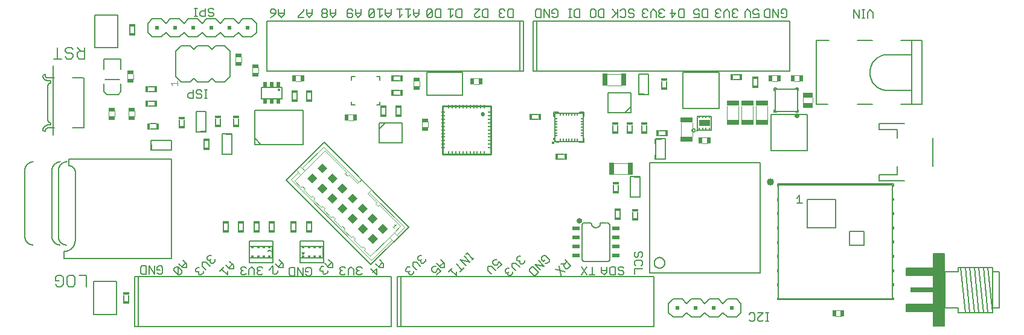
<source format=gto>
G75*
%MOIN*%
%OFA0B0*%
%FSLAX25Y25*%
%IPPOS*%
%LPD*%
%AMOC8*
5,1,8,0,0,1.08239X$1,22.5*
%
%ADD10C,0.00700*%
%ADD11C,0.00500*%
%ADD12C,0.00400*%
%ADD13R,0.01969X0.03740*%
%ADD14R,0.06693X0.02953*%
%ADD15R,0.02953X0.06693*%
%ADD16C,0.00300*%
%ADD17C,0.00800*%
%ADD18R,0.02000X0.02000*%
%ADD19C,0.00600*%
%ADD20R,0.03400X0.01600*%
%ADD21R,0.01600X0.03400*%
%ADD22R,0.04050X0.02000*%
%ADD23R,0.04000X0.02000*%
%ADD24C,0.00010*%
%ADD25R,0.06299X0.03543*%
%ADD26R,0.00984X0.01181*%
%ADD27C,0.04000*%
%ADD28R,0.01575X0.00598*%
%ADD29R,0.00598X0.01575*%
%ADD30C,0.01649*%
%ADD31R,0.12500X0.02500*%
%ADD32R,0.03740X0.01969*%
%ADD33R,0.05709X0.02953*%
%ADD34C,0.01000*%
%ADD35R,0.00984X0.01969*%
%ADD36R,0.01969X0.00984*%
%ADD37R,0.01969X0.02559*%
%ADD38R,0.01575X0.01181*%
%ADD39R,0.02500X0.01000*%
%ADD40C,0.00200*%
%ADD41R,0.03937X0.03937*%
%ADD42C,0.01200*%
D10*
X0019225Y0032345D02*
X0021327Y0032345D01*
X0022378Y0033396D01*
X0022378Y0037599D01*
X0021327Y0038650D01*
X0019225Y0038650D01*
X0018174Y0037599D01*
X0018174Y0035497D01*
X0020276Y0035497D01*
X0018174Y0033396D02*
X0019225Y0032345D01*
X0024620Y0033396D02*
X0025671Y0032345D01*
X0027772Y0032345D01*
X0028823Y0033396D01*
X0028823Y0037599D01*
X0027772Y0038650D01*
X0025671Y0038650D01*
X0024620Y0037599D01*
X0024620Y0033396D01*
X0035269Y0032345D02*
X0035269Y0038650D01*
X0031065Y0038650D01*
X0031116Y0158345D02*
X0030065Y0159396D01*
X0030065Y0161497D01*
X0031116Y0162548D01*
X0034269Y0162548D01*
X0034269Y0164650D02*
X0034269Y0158345D01*
X0031116Y0158345D01*
X0027823Y0159396D02*
X0027823Y0160446D01*
X0026772Y0161497D01*
X0024671Y0161497D01*
X0023620Y0162548D01*
X0023620Y0163599D01*
X0024671Y0164650D01*
X0026772Y0164650D01*
X0027823Y0163599D01*
X0030065Y0164650D02*
X0032167Y0162548D01*
X0027823Y0159396D02*
X0026772Y0158345D01*
X0024671Y0158345D01*
X0023620Y0159396D01*
X0021378Y0158345D02*
X0017174Y0158345D01*
X0019276Y0158345D02*
X0019276Y0164650D01*
D11*
X0039320Y0035055D02*
X0039320Y0016945D01*
X0051918Y0016945D01*
X0051918Y0035055D01*
X0039320Y0035055D01*
X0061776Y0037780D02*
X0063745Y0037780D01*
X0063745Y0010220D01*
X0203509Y0010220D01*
X0203509Y0037780D01*
X0063745Y0037780D01*
X0061776Y0037780D02*
X0061776Y0010220D01*
X0063745Y0010220D01*
X0065851Y0039218D02*
X0068103Y0039218D01*
X0068103Y0043722D01*
X0065851Y0043722D01*
X0065100Y0042972D01*
X0065100Y0039969D01*
X0065851Y0039218D01*
X0069704Y0039218D02*
X0069704Y0043722D01*
X0072707Y0039218D01*
X0072707Y0043722D01*
X0074308Y0042972D02*
X0074308Y0041470D01*
X0075809Y0041470D01*
X0074308Y0039969D02*
X0075059Y0039218D01*
X0076560Y0039218D01*
X0077311Y0039969D01*
X0077311Y0042972D01*
X0076560Y0043722D01*
X0075059Y0043722D01*
X0074308Y0042972D01*
X0083624Y0042152D02*
X0083624Y0041091D01*
X0085748Y0038967D01*
X0085748Y0043214D01*
X0084686Y0043214D01*
X0083624Y0042152D01*
X0085748Y0043214D02*
X0087871Y0041091D01*
X0087871Y0040029D01*
X0086809Y0038967D01*
X0085748Y0038967D01*
X0088472Y0042754D02*
X0086349Y0044877D01*
X0087942Y0043285D02*
X0090065Y0045408D01*
X0090595Y0044877D02*
X0090595Y0042754D01*
X0088472Y0042754D01*
X0090595Y0044877D02*
X0088472Y0047000D01*
X0082211Y0047882D02*
X0082211Y0103000D01*
X0025518Y0103000D01*
X0025518Y0099063D01*
X0024495Y0101425D02*
X0024360Y0101423D01*
X0024225Y0101417D01*
X0024091Y0101408D01*
X0023957Y0101394D01*
X0023823Y0101377D01*
X0023689Y0101356D01*
X0023557Y0101331D01*
X0023425Y0101302D01*
X0023294Y0101270D01*
X0023164Y0101234D01*
X0023035Y0101194D01*
X0022908Y0101150D01*
X0022781Y0101103D01*
X0022656Y0101052D01*
X0022533Y0100998D01*
X0022411Y0100940D01*
X0022290Y0100879D01*
X0022172Y0100814D01*
X0022056Y0100746D01*
X0021941Y0100675D01*
X0021829Y0100601D01*
X0021718Y0100523D01*
X0021610Y0100442D01*
X0021505Y0100358D01*
X0021401Y0100271D01*
X0021301Y0100181D01*
X0021203Y0100089D01*
X0021107Y0099993D01*
X0021015Y0099895D01*
X0020925Y0099795D01*
X0020838Y0099691D01*
X0020754Y0099586D01*
X0020673Y0099478D01*
X0020595Y0099367D01*
X0020521Y0099255D01*
X0020450Y0099140D01*
X0020382Y0099024D01*
X0020317Y0098906D01*
X0020256Y0098785D01*
X0020198Y0098663D01*
X0020144Y0098540D01*
X0020093Y0098415D01*
X0020046Y0098288D01*
X0020002Y0098161D01*
X0019962Y0098032D01*
X0019926Y0097902D01*
X0019894Y0097771D01*
X0019865Y0097639D01*
X0019840Y0097507D01*
X0019819Y0097373D01*
X0019802Y0097239D01*
X0019788Y0097105D01*
X0019779Y0096971D01*
X0019773Y0096836D01*
X0019771Y0096701D01*
X0019770Y0096701D02*
X0019770Y0060480D01*
X0016226Y0060481D02*
X0016217Y0060346D01*
X0016212Y0060210D01*
X0016210Y0060075D01*
X0016212Y0059940D01*
X0016218Y0059804D01*
X0016228Y0059669D01*
X0016242Y0059535D01*
X0016260Y0059400D01*
X0016282Y0059267D01*
X0016307Y0059134D01*
X0016336Y0059001D01*
X0016369Y0058870D01*
X0016405Y0058740D01*
X0016446Y0058611D01*
X0016490Y0058482D01*
X0016537Y0058356D01*
X0016589Y0058230D01*
X0016643Y0058107D01*
X0016702Y0057984D01*
X0016764Y0057864D01*
X0016829Y0057745D01*
X0016897Y0057628D01*
X0016969Y0057514D01*
X0017044Y0057401D01*
X0017123Y0057291D01*
X0017204Y0057182D01*
X0017288Y0057077D01*
X0017376Y0056973D01*
X0017466Y0056872D01*
X0017559Y0056774D01*
X0017655Y0056679D01*
X0017754Y0056586D01*
X0017855Y0056496D01*
X0017959Y0056409D01*
X0018065Y0056325D01*
X0018174Y0056244D01*
X0018285Y0056167D01*
X0018398Y0056092D01*
X0018513Y0056021D01*
X0018630Y0055953D01*
X0018749Y0055888D01*
X0018870Y0055827D01*
X0018992Y0055769D01*
X0019117Y0055715D01*
X0019242Y0055665D01*
X0019369Y0055618D01*
X0019497Y0055574D01*
X0019627Y0055535D01*
X0019757Y0055499D01*
X0019889Y0055466D01*
X0020021Y0055438D01*
X0020154Y0055413D01*
X0020288Y0055393D01*
X0020423Y0055376D01*
X0020557Y0055362D01*
X0022762Y0051819D02*
X0022919Y0051821D01*
X0023076Y0051827D01*
X0023233Y0051837D01*
X0023389Y0051850D01*
X0023545Y0051868D01*
X0023701Y0051889D01*
X0023856Y0051915D01*
X0024010Y0051944D01*
X0024164Y0051977D01*
X0024316Y0052014D01*
X0024468Y0052054D01*
X0024619Y0052099D01*
X0024768Y0052147D01*
X0024916Y0052199D01*
X0025063Y0052254D01*
X0025209Y0052314D01*
X0025353Y0052376D01*
X0025495Y0052443D01*
X0025636Y0052513D01*
X0025775Y0052586D01*
X0025912Y0052663D01*
X0026047Y0052743D01*
X0026179Y0052827D01*
X0026310Y0052914D01*
X0026439Y0053004D01*
X0026565Y0053097D01*
X0026689Y0053193D01*
X0026811Y0053293D01*
X0026930Y0053395D01*
X0027046Y0053501D01*
X0027160Y0053609D01*
X0027271Y0053720D01*
X0027379Y0053834D01*
X0027485Y0053950D01*
X0027587Y0054069D01*
X0027687Y0054191D01*
X0027783Y0054315D01*
X0027876Y0054441D01*
X0027966Y0054570D01*
X0028053Y0054701D01*
X0028137Y0054833D01*
X0028217Y0054969D01*
X0028294Y0055105D01*
X0028367Y0055244D01*
X0028437Y0055385D01*
X0028504Y0055527D01*
X0028566Y0055671D01*
X0028626Y0055817D01*
X0028681Y0055964D01*
X0028733Y0056112D01*
X0028781Y0056261D01*
X0028826Y0056412D01*
X0028866Y0056564D01*
X0028903Y0056716D01*
X0028936Y0056870D01*
X0028965Y0057024D01*
X0028991Y0057179D01*
X0029012Y0057335D01*
X0029030Y0057491D01*
X0029043Y0057647D01*
X0029053Y0057804D01*
X0029059Y0057961D01*
X0029061Y0058118D01*
X0029062Y0058118D02*
X0029062Y0096307D01*
X0029061Y0096307D02*
X0029046Y0096416D01*
X0029026Y0096525D01*
X0029003Y0096634D01*
X0028976Y0096741D01*
X0028945Y0096848D01*
X0028911Y0096953D01*
X0028873Y0097057D01*
X0028831Y0097160D01*
X0028786Y0097261D01*
X0028737Y0097360D01*
X0028685Y0097458D01*
X0028629Y0097554D01*
X0028570Y0097647D01*
X0028508Y0097739D01*
X0028443Y0097829D01*
X0028374Y0097916D01*
X0028303Y0098001D01*
X0028229Y0098083D01*
X0028151Y0098162D01*
X0028072Y0098239D01*
X0027989Y0098313D01*
X0027904Y0098384D01*
X0027817Y0098452D01*
X0027727Y0098517D01*
X0027635Y0098579D01*
X0027541Y0098637D01*
X0027445Y0098692D01*
X0027347Y0098744D01*
X0027247Y0098793D01*
X0027146Y0098837D01*
X0027043Y0098879D01*
X0026939Y0098916D01*
X0026833Y0098950D01*
X0026727Y0098981D01*
X0026619Y0099007D01*
X0026511Y0099030D01*
X0026402Y0099049D01*
X0026292Y0099064D01*
X0026182Y0099076D01*
X0026071Y0099083D01*
X0025960Y0099087D01*
X0025850Y0099086D01*
X0025739Y0099082D01*
X0025628Y0099074D01*
X0025518Y0099062D01*
X0020951Y0101425D02*
X0020816Y0101423D01*
X0020681Y0101417D01*
X0020547Y0101408D01*
X0020413Y0101394D01*
X0020279Y0101377D01*
X0020145Y0101356D01*
X0020013Y0101331D01*
X0019881Y0101302D01*
X0019750Y0101270D01*
X0019620Y0101234D01*
X0019491Y0101194D01*
X0019364Y0101150D01*
X0019237Y0101103D01*
X0019112Y0101052D01*
X0018989Y0100998D01*
X0018867Y0100940D01*
X0018746Y0100879D01*
X0018628Y0100814D01*
X0018512Y0100746D01*
X0018397Y0100675D01*
X0018285Y0100601D01*
X0018174Y0100523D01*
X0018066Y0100442D01*
X0017961Y0100358D01*
X0017857Y0100271D01*
X0017757Y0100181D01*
X0017659Y0100089D01*
X0017563Y0099993D01*
X0017471Y0099895D01*
X0017381Y0099795D01*
X0017294Y0099691D01*
X0017210Y0099586D01*
X0017129Y0099478D01*
X0017051Y0099367D01*
X0016977Y0099255D01*
X0016906Y0099140D01*
X0016838Y0099024D01*
X0016773Y0098906D01*
X0016712Y0098785D01*
X0016654Y0098663D01*
X0016600Y0098540D01*
X0016549Y0098415D01*
X0016502Y0098288D01*
X0016458Y0098161D01*
X0016418Y0098032D01*
X0016382Y0097902D01*
X0016350Y0097771D01*
X0016321Y0097639D01*
X0016296Y0097507D01*
X0016275Y0097373D01*
X0016258Y0097239D01*
X0016244Y0097105D01*
X0016235Y0096971D01*
X0016229Y0096836D01*
X0016227Y0096701D01*
X0016227Y0060480D01*
X0019770Y0060481D02*
X0019761Y0060346D01*
X0019756Y0060210D01*
X0019754Y0060075D01*
X0019756Y0059940D01*
X0019762Y0059804D01*
X0019772Y0059669D01*
X0019786Y0059535D01*
X0019804Y0059400D01*
X0019826Y0059267D01*
X0019851Y0059134D01*
X0019880Y0059001D01*
X0019913Y0058870D01*
X0019949Y0058740D01*
X0019990Y0058611D01*
X0020034Y0058482D01*
X0020081Y0058356D01*
X0020133Y0058230D01*
X0020187Y0058107D01*
X0020246Y0057984D01*
X0020308Y0057864D01*
X0020373Y0057745D01*
X0020441Y0057628D01*
X0020513Y0057514D01*
X0020588Y0057401D01*
X0020667Y0057291D01*
X0020748Y0057182D01*
X0020832Y0057077D01*
X0020920Y0056973D01*
X0021010Y0056872D01*
X0021103Y0056774D01*
X0021199Y0056679D01*
X0021298Y0056586D01*
X0021399Y0056496D01*
X0021503Y0056409D01*
X0021609Y0056325D01*
X0021718Y0056244D01*
X0021829Y0056167D01*
X0021942Y0056092D01*
X0022057Y0056021D01*
X0022174Y0055953D01*
X0022293Y0055888D01*
X0022414Y0055827D01*
X0022536Y0055769D01*
X0022661Y0055715D01*
X0022786Y0055665D01*
X0022913Y0055618D01*
X0023041Y0055574D01*
X0023171Y0055535D01*
X0023301Y0055499D01*
X0023433Y0055466D01*
X0023565Y0055438D01*
X0023698Y0055413D01*
X0023832Y0055393D01*
X0023967Y0055376D01*
X0024101Y0055362D01*
X0022762Y0051819D02*
X0022762Y0047882D01*
X0082211Y0047882D01*
X0095457Y0041985D02*
X0096519Y0043047D01*
X0097581Y0043047D01*
X0099244Y0043648D02*
X0101367Y0041525D01*
X0099704Y0040924D02*
X0099704Y0039862D01*
X0098642Y0038800D01*
X0097581Y0038800D01*
X0097050Y0039331D01*
X0097050Y0040393D01*
X0095988Y0040393D01*
X0095457Y0040924D01*
X0095457Y0041985D01*
X0097050Y0040393D02*
X0097581Y0040924D01*
X0099244Y0043648D02*
X0099244Y0045771D01*
X0101367Y0045771D01*
X0103490Y0043648D01*
X0104091Y0045311D02*
X0103561Y0045842D01*
X0103561Y0046904D01*
X0102499Y0046904D01*
X0101968Y0047434D01*
X0101968Y0048496D01*
X0103030Y0049558D01*
X0104091Y0049558D01*
X0104091Y0047434D02*
X0103561Y0046904D01*
X0104091Y0045311D02*
X0105153Y0045311D01*
X0106215Y0046373D01*
X0106215Y0047434D01*
X0112203Y0044200D02*
X0114326Y0042077D01*
X0116449Y0042077D01*
X0116449Y0044200D01*
X0114326Y0046323D01*
X0115918Y0044731D02*
X0113795Y0042608D01*
X0113193Y0040945D02*
X0113193Y0038821D01*
X0110009Y0042006D01*
X0111070Y0043068D02*
X0108947Y0040945D01*
X0120408Y0040372D02*
X0120408Y0039622D01*
X0121159Y0038871D01*
X0122660Y0038871D01*
X0123411Y0039622D01*
X0125012Y0038871D02*
X0125012Y0041874D01*
X0126514Y0043375D01*
X0128015Y0041874D01*
X0128015Y0038871D01*
X0129616Y0039622D02*
X0129616Y0040372D01*
X0130367Y0041123D01*
X0129616Y0041874D01*
X0129616Y0042624D01*
X0130367Y0043375D01*
X0131868Y0043375D01*
X0132619Y0042624D01*
X0131117Y0041123D02*
X0130367Y0041123D01*
X0129616Y0039622D02*
X0130367Y0038871D01*
X0131868Y0038871D01*
X0132619Y0039622D01*
X0136212Y0041710D02*
X0138336Y0043833D01*
X0138336Y0039587D01*
X0138866Y0039056D01*
X0139928Y0039056D01*
X0140989Y0040117D01*
X0140989Y0041179D01*
X0141591Y0042842D02*
X0139468Y0044965D01*
X0141060Y0043373D02*
X0143183Y0045496D01*
X0143714Y0044965D02*
X0143714Y0042842D01*
X0141591Y0042842D01*
X0143714Y0044965D02*
X0141591Y0047088D01*
X0147158Y0042124D02*
X0147158Y0039122D01*
X0147909Y0038371D01*
X0150161Y0038371D01*
X0150161Y0042875D01*
X0147909Y0042875D01*
X0147158Y0042124D01*
X0151762Y0042875D02*
X0151762Y0038371D01*
X0154765Y0038371D02*
X0151762Y0042875D01*
X0154765Y0042875D02*
X0154765Y0038371D01*
X0156366Y0039122D02*
X0157117Y0038371D01*
X0158618Y0038371D01*
X0159369Y0039122D01*
X0159369Y0042124D01*
X0158618Y0042875D01*
X0157117Y0042875D01*
X0156366Y0042124D01*
X0156366Y0040623D01*
X0157867Y0040623D01*
X0164183Y0041325D02*
X0164183Y0042387D01*
X0165244Y0043449D01*
X0166306Y0043449D01*
X0166907Y0045112D02*
X0169030Y0042989D01*
X0171153Y0042989D01*
X0171153Y0045112D01*
X0169030Y0047235D01*
X0170623Y0045642D02*
X0168500Y0043519D01*
X0168429Y0041325D02*
X0168429Y0040264D01*
X0167367Y0039202D01*
X0166306Y0039202D01*
X0165775Y0039733D01*
X0165775Y0040795D01*
X0164713Y0040795D01*
X0164183Y0041325D01*
X0165775Y0040795D02*
X0166306Y0041325D01*
X0175158Y0041874D02*
X0175158Y0042624D01*
X0175909Y0043375D01*
X0177410Y0043375D01*
X0178161Y0042624D01*
X0179762Y0041874D02*
X0179762Y0038871D01*
X0178161Y0039622D02*
X0177410Y0038871D01*
X0175909Y0038871D01*
X0175158Y0039622D01*
X0175158Y0040372D01*
X0175909Y0041123D01*
X0175158Y0041874D01*
X0175909Y0041123D02*
X0176660Y0041123D01*
X0179762Y0041874D02*
X0181264Y0043375D01*
X0182765Y0041874D01*
X0182765Y0038871D01*
X0184366Y0039622D02*
X0184366Y0040372D01*
X0185117Y0041123D01*
X0184366Y0041874D01*
X0184366Y0042624D01*
X0185117Y0043375D01*
X0186618Y0043375D01*
X0187369Y0042624D01*
X0185867Y0041123D02*
X0185117Y0041123D01*
X0184366Y0039622D02*
X0185117Y0038871D01*
X0186618Y0038871D01*
X0187369Y0039622D01*
X0193274Y0040087D02*
X0195398Y0042210D01*
X0195398Y0039026D01*
X0192213Y0042210D01*
X0194938Y0044935D02*
X0197061Y0042812D01*
X0199184Y0042812D01*
X0199184Y0044935D01*
X0197061Y0047058D01*
X0198653Y0045466D02*
X0196530Y0043343D01*
X0206776Y0037780D02*
X0208745Y0037780D01*
X0208745Y0010220D01*
X0348509Y0010220D01*
X0348509Y0037780D01*
X0208745Y0037780D01*
X0206776Y0037780D02*
X0206776Y0010220D01*
X0208745Y0010220D01*
X0213755Y0038858D02*
X0213224Y0039389D01*
X0213224Y0040451D01*
X0212162Y0040451D01*
X0211632Y0040982D01*
X0211632Y0042043D01*
X0212693Y0043105D01*
X0213755Y0043105D01*
X0215418Y0043706D02*
X0217541Y0041583D01*
X0215878Y0040982D02*
X0215878Y0039920D01*
X0214816Y0038858D01*
X0213755Y0038858D01*
X0213224Y0040451D02*
X0213755Y0040982D01*
X0215418Y0043706D02*
X0215418Y0045829D01*
X0217541Y0045829D01*
X0219664Y0043706D01*
X0220266Y0045369D02*
X0219735Y0045900D01*
X0219735Y0046962D01*
X0218673Y0046962D01*
X0218143Y0047493D01*
X0218143Y0048554D01*
X0219204Y0049616D01*
X0220266Y0049616D01*
X0220266Y0047493D02*
X0219735Y0046962D01*
X0220266Y0045369D02*
X0221327Y0045369D01*
X0222389Y0046431D01*
X0222389Y0047493D01*
X0228672Y0045170D02*
X0230796Y0043047D01*
X0232919Y0043047D01*
X0232919Y0045170D01*
X0230796Y0047293D01*
X0232388Y0045701D02*
X0230265Y0043577D01*
X0229132Y0042445D02*
X0228602Y0040853D01*
X0228071Y0040322D01*
X0227009Y0040322D01*
X0225948Y0041384D01*
X0225948Y0042445D01*
X0227009Y0043507D01*
X0228071Y0043507D01*
X0229132Y0042445D02*
X0230725Y0040853D01*
X0228602Y0038730D01*
X0235168Y0040549D02*
X0237291Y0042672D01*
X0236229Y0041611D02*
X0239414Y0038426D01*
X0239414Y0040549D01*
X0241608Y0040620D02*
X0243731Y0042743D01*
X0242670Y0041682D02*
X0239485Y0044866D01*
X0241679Y0047060D02*
X0244864Y0043875D01*
X0246987Y0045999D02*
X0241679Y0047060D01*
X0243802Y0049183D02*
X0246987Y0045999D01*
X0248095Y0047107D02*
X0249157Y0048169D01*
X0248626Y0047638D02*
X0245442Y0050823D01*
X0245972Y0051354D02*
X0244911Y0050292D01*
X0259615Y0046233D02*
X0259615Y0045172D01*
X0260676Y0044110D01*
X0261738Y0044110D01*
X0262269Y0044641D01*
X0262799Y0046233D01*
X0264392Y0044641D01*
X0262269Y0042518D01*
X0261136Y0041386D02*
X0259013Y0043509D01*
X0256890Y0043509D01*
X0256890Y0041386D01*
X0259013Y0039263D01*
X0266369Y0040512D02*
X0266900Y0039981D01*
X0267961Y0039981D01*
X0268492Y0040512D01*
X0267961Y0039981D02*
X0267961Y0038920D01*
X0268492Y0038389D01*
X0269554Y0038389D01*
X0270615Y0039450D01*
X0270615Y0040512D01*
X0272278Y0041113D02*
X0270155Y0043237D01*
X0270155Y0045360D01*
X0272278Y0045360D01*
X0274402Y0043237D01*
X0275003Y0044900D02*
X0274472Y0045431D01*
X0274472Y0046492D01*
X0273411Y0046492D01*
X0272880Y0047023D01*
X0272880Y0048084D01*
X0273942Y0049146D01*
X0275003Y0049146D01*
X0275003Y0047023D02*
X0274472Y0046492D01*
X0275003Y0044900D02*
X0276065Y0044900D01*
X0277126Y0045961D01*
X0277126Y0047023D01*
X0282710Y0044621D02*
X0285894Y0041437D01*
X0284762Y0040304D02*
X0283170Y0038712D01*
X0282108Y0038712D01*
X0279985Y0040835D01*
X0279985Y0041897D01*
X0281577Y0043489D01*
X0284762Y0040304D01*
X0288018Y0043560D02*
X0282710Y0044621D01*
X0284833Y0046745D02*
X0288018Y0043560D01*
X0288619Y0045223D02*
X0289681Y0045223D01*
X0290742Y0046285D01*
X0290742Y0047346D01*
X0288619Y0049469D01*
X0287558Y0049469D01*
X0286496Y0048408D01*
X0286496Y0047346D01*
X0287558Y0046285D01*
X0288619Y0047346D01*
X0296186Y0043891D02*
X0297248Y0038583D01*
X0299371Y0040706D02*
X0294063Y0041768D01*
X0298911Y0043431D02*
X0298911Y0044493D01*
X0300504Y0046085D01*
X0299442Y0047146D02*
X0302627Y0043962D01*
X0301034Y0042369D01*
X0299973Y0042369D01*
X0298911Y0043431D01*
X0299442Y0045023D02*
X0297319Y0045023D01*
X0308387Y0043375D02*
X0311390Y0038871D01*
X0312991Y0038871D02*
X0315994Y0038871D01*
X0314492Y0038871D02*
X0314492Y0043375D01*
X0311390Y0043375D02*
X0308387Y0038871D01*
X0319658Y0040372D02*
X0319658Y0043375D01*
X0319658Y0041123D02*
X0322661Y0041123D01*
X0322661Y0040372D02*
X0321160Y0038871D01*
X0319658Y0040372D01*
X0322661Y0040372D02*
X0322661Y0043375D01*
X0324262Y0042624D02*
X0324262Y0039622D01*
X0325013Y0038871D01*
X0327265Y0038871D01*
X0327265Y0043375D01*
X0325013Y0043375D01*
X0324262Y0042624D01*
X0328866Y0042624D02*
X0328866Y0041874D01*
X0329617Y0041123D01*
X0331118Y0041123D01*
X0331869Y0040372D01*
X0331869Y0039622D01*
X0331118Y0038871D01*
X0329617Y0038871D01*
X0328866Y0039622D01*
X0328866Y0042624D02*
X0329617Y0043375D01*
X0331118Y0043375D01*
X0331869Y0042624D01*
X0337744Y0042292D02*
X0337744Y0039290D01*
X0337744Y0042292D02*
X0342248Y0042292D01*
X0341497Y0043894D02*
X0342248Y0044644D01*
X0342248Y0046145D01*
X0341497Y0046896D01*
X0338494Y0046896D01*
X0337744Y0046145D01*
X0337744Y0044644D01*
X0338494Y0043894D01*
X0346119Y0040000D02*
X0407119Y0040000D01*
X0407119Y0101000D01*
X0346119Y0101000D01*
X0346119Y0040000D01*
X0348704Y0045500D02*
X0348706Y0045608D01*
X0348712Y0045715D01*
X0348722Y0045823D01*
X0348736Y0045929D01*
X0348754Y0046036D01*
X0348775Y0046141D01*
X0348801Y0046246D01*
X0348830Y0046349D01*
X0348864Y0046452D01*
X0348901Y0046553D01*
X0348942Y0046653D01*
X0348986Y0046751D01*
X0349034Y0046847D01*
X0349086Y0046942D01*
X0349141Y0047035D01*
X0349199Y0047125D01*
X0349261Y0047213D01*
X0349326Y0047299D01*
X0349394Y0047383D01*
X0349465Y0047464D01*
X0349539Y0047542D01*
X0349616Y0047618D01*
X0349695Y0047690D01*
X0349778Y0047760D01*
X0349862Y0047826D01*
X0349949Y0047890D01*
X0350039Y0047950D01*
X0350131Y0048006D01*
X0350224Y0048060D01*
X0350320Y0048109D01*
X0350417Y0048156D01*
X0350516Y0048198D01*
X0350616Y0048237D01*
X0350718Y0048272D01*
X0350821Y0048304D01*
X0350925Y0048331D01*
X0351031Y0048355D01*
X0351136Y0048375D01*
X0351243Y0048391D01*
X0351350Y0048403D01*
X0351457Y0048411D01*
X0351565Y0048415D01*
X0351673Y0048415D01*
X0351781Y0048411D01*
X0351888Y0048403D01*
X0351995Y0048391D01*
X0352102Y0048375D01*
X0352207Y0048355D01*
X0352313Y0048331D01*
X0352417Y0048304D01*
X0352520Y0048272D01*
X0352622Y0048237D01*
X0352722Y0048198D01*
X0352821Y0048156D01*
X0352918Y0048109D01*
X0353014Y0048060D01*
X0353107Y0048006D01*
X0353199Y0047950D01*
X0353289Y0047890D01*
X0353376Y0047826D01*
X0353460Y0047760D01*
X0353543Y0047690D01*
X0353622Y0047618D01*
X0353699Y0047542D01*
X0353773Y0047464D01*
X0353844Y0047383D01*
X0353912Y0047299D01*
X0353977Y0047213D01*
X0354039Y0047125D01*
X0354097Y0047035D01*
X0354152Y0046942D01*
X0354204Y0046847D01*
X0354252Y0046751D01*
X0354296Y0046653D01*
X0354337Y0046553D01*
X0354374Y0046452D01*
X0354408Y0046349D01*
X0354437Y0046246D01*
X0354463Y0046141D01*
X0354484Y0046036D01*
X0354502Y0045929D01*
X0354516Y0045823D01*
X0354526Y0045715D01*
X0354532Y0045608D01*
X0354534Y0045500D01*
X0354532Y0045392D01*
X0354526Y0045285D01*
X0354516Y0045177D01*
X0354502Y0045071D01*
X0354484Y0044964D01*
X0354463Y0044859D01*
X0354437Y0044754D01*
X0354408Y0044651D01*
X0354374Y0044548D01*
X0354337Y0044447D01*
X0354296Y0044347D01*
X0354252Y0044249D01*
X0354204Y0044153D01*
X0354152Y0044058D01*
X0354097Y0043965D01*
X0354039Y0043875D01*
X0353977Y0043787D01*
X0353912Y0043701D01*
X0353844Y0043617D01*
X0353773Y0043536D01*
X0353699Y0043458D01*
X0353622Y0043382D01*
X0353543Y0043310D01*
X0353460Y0043240D01*
X0353376Y0043174D01*
X0353289Y0043110D01*
X0353199Y0043050D01*
X0353107Y0042994D01*
X0353014Y0042940D01*
X0352918Y0042891D01*
X0352821Y0042844D01*
X0352722Y0042802D01*
X0352622Y0042763D01*
X0352520Y0042728D01*
X0352417Y0042696D01*
X0352313Y0042669D01*
X0352207Y0042645D01*
X0352102Y0042625D01*
X0351995Y0042609D01*
X0351888Y0042597D01*
X0351781Y0042589D01*
X0351673Y0042585D01*
X0351565Y0042585D01*
X0351457Y0042589D01*
X0351350Y0042597D01*
X0351243Y0042609D01*
X0351136Y0042625D01*
X0351031Y0042645D01*
X0350925Y0042669D01*
X0350821Y0042696D01*
X0350718Y0042728D01*
X0350616Y0042763D01*
X0350516Y0042802D01*
X0350417Y0042844D01*
X0350320Y0042891D01*
X0350224Y0042940D01*
X0350131Y0042994D01*
X0350039Y0043050D01*
X0349949Y0043110D01*
X0349862Y0043174D01*
X0349778Y0043240D01*
X0349695Y0043310D01*
X0349616Y0043382D01*
X0349539Y0043458D01*
X0349465Y0043536D01*
X0349394Y0043617D01*
X0349326Y0043701D01*
X0349261Y0043787D01*
X0349199Y0043875D01*
X0349141Y0043965D01*
X0349086Y0044058D01*
X0349034Y0044153D01*
X0348986Y0044249D01*
X0348942Y0044347D01*
X0348901Y0044447D01*
X0348864Y0044548D01*
X0348830Y0044651D01*
X0348801Y0044754D01*
X0348775Y0044859D01*
X0348754Y0044964D01*
X0348736Y0045071D01*
X0348722Y0045177D01*
X0348712Y0045285D01*
X0348706Y0045392D01*
X0348704Y0045500D01*
X0342248Y0049248D02*
X0342248Y0050749D01*
X0341497Y0051500D01*
X0340746Y0051500D01*
X0339996Y0050749D01*
X0339996Y0049248D01*
X0339245Y0048497D01*
X0338494Y0048497D01*
X0337744Y0049248D01*
X0337744Y0050749D01*
X0338494Y0051500D01*
X0341497Y0048497D02*
X0342248Y0049248D01*
X0268492Y0042635D02*
X0267431Y0042635D01*
X0266369Y0041573D01*
X0266369Y0040512D01*
X0261738Y0047295D02*
X0260676Y0047295D01*
X0259615Y0046233D01*
X0123411Y0042624D02*
X0122660Y0043375D01*
X0121159Y0043375D01*
X0120408Y0042624D01*
X0120408Y0041874D01*
X0121159Y0041123D01*
X0121910Y0041123D01*
X0121159Y0041123D02*
X0120408Y0040372D01*
X0005597Y0055362D02*
X0005463Y0055376D01*
X0005328Y0055393D01*
X0005194Y0055413D01*
X0005061Y0055438D01*
X0004929Y0055466D01*
X0004797Y0055499D01*
X0004667Y0055535D01*
X0004537Y0055574D01*
X0004409Y0055618D01*
X0004282Y0055665D01*
X0004157Y0055715D01*
X0004032Y0055769D01*
X0003910Y0055827D01*
X0003789Y0055888D01*
X0003670Y0055953D01*
X0003553Y0056021D01*
X0003438Y0056092D01*
X0003325Y0056167D01*
X0003214Y0056244D01*
X0003105Y0056325D01*
X0002999Y0056409D01*
X0002895Y0056496D01*
X0002794Y0056586D01*
X0002695Y0056679D01*
X0002599Y0056774D01*
X0002506Y0056872D01*
X0002416Y0056973D01*
X0002328Y0057077D01*
X0002244Y0057182D01*
X0002163Y0057291D01*
X0002084Y0057401D01*
X0002009Y0057514D01*
X0001937Y0057628D01*
X0001869Y0057745D01*
X0001804Y0057864D01*
X0001742Y0057984D01*
X0001683Y0058107D01*
X0001629Y0058230D01*
X0001577Y0058356D01*
X0001530Y0058482D01*
X0001486Y0058611D01*
X0001445Y0058740D01*
X0001409Y0058870D01*
X0001376Y0059001D01*
X0001347Y0059134D01*
X0001322Y0059267D01*
X0001300Y0059400D01*
X0001282Y0059535D01*
X0001268Y0059669D01*
X0001258Y0059804D01*
X0001252Y0059940D01*
X0001250Y0060075D01*
X0001252Y0060210D01*
X0001257Y0060346D01*
X0001266Y0060481D01*
X0001266Y0060480D02*
X0001266Y0096701D01*
X0001267Y0096701D02*
X0001269Y0096836D01*
X0001275Y0096971D01*
X0001284Y0097105D01*
X0001298Y0097239D01*
X0001315Y0097373D01*
X0001336Y0097507D01*
X0001361Y0097639D01*
X0001390Y0097771D01*
X0001422Y0097902D01*
X0001458Y0098032D01*
X0001498Y0098161D01*
X0001542Y0098288D01*
X0001589Y0098415D01*
X0001640Y0098540D01*
X0001694Y0098663D01*
X0001752Y0098785D01*
X0001813Y0098906D01*
X0001878Y0099024D01*
X0001946Y0099140D01*
X0002017Y0099255D01*
X0002091Y0099367D01*
X0002169Y0099478D01*
X0002250Y0099586D01*
X0002334Y0099691D01*
X0002421Y0099795D01*
X0002511Y0099895D01*
X0002603Y0099993D01*
X0002699Y0100089D01*
X0002797Y0100181D01*
X0002897Y0100271D01*
X0003001Y0100358D01*
X0003106Y0100442D01*
X0003214Y0100523D01*
X0003325Y0100601D01*
X0003437Y0100675D01*
X0003552Y0100746D01*
X0003668Y0100814D01*
X0003786Y0100879D01*
X0003907Y0100940D01*
X0004029Y0100998D01*
X0004152Y0101052D01*
X0004277Y0101103D01*
X0004404Y0101150D01*
X0004531Y0101194D01*
X0004660Y0101234D01*
X0004790Y0101270D01*
X0004921Y0101302D01*
X0005053Y0101331D01*
X0005185Y0101356D01*
X0005319Y0101377D01*
X0005453Y0101394D01*
X0005587Y0101408D01*
X0005721Y0101417D01*
X0005856Y0101423D01*
X0005991Y0101425D01*
X0016910Y0116283D02*
X0016910Y0154669D01*
X0012382Y0149748D02*
X0012384Y0149662D01*
X0012389Y0149576D01*
X0012399Y0149491D01*
X0012412Y0149406D01*
X0012429Y0149322D01*
X0012449Y0149238D01*
X0012473Y0149156D01*
X0012501Y0149075D01*
X0012532Y0148994D01*
X0012566Y0148916D01*
X0012604Y0148839D01*
X0012646Y0148764D01*
X0012690Y0148690D01*
X0012738Y0148619D01*
X0012789Y0148549D01*
X0012843Y0148482D01*
X0012899Y0148418D01*
X0012959Y0148356D01*
X0013021Y0148296D01*
X0013085Y0148240D01*
X0013152Y0148186D01*
X0013222Y0148135D01*
X0013293Y0148087D01*
X0013366Y0148043D01*
X0013442Y0148001D01*
X0013519Y0147963D01*
X0013597Y0147929D01*
X0013678Y0147898D01*
X0013759Y0147870D01*
X0013841Y0147846D01*
X0013925Y0147826D01*
X0014009Y0147809D01*
X0014094Y0147796D01*
X0014179Y0147786D01*
X0014265Y0147781D01*
X0014351Y0147779D01*
X0014351Y0147780D02*
X0014154Y0147780D01*
X0014351Y0147780D02*
X0017697Y0147780D01*
X0015532Y0146205D02*
X0015532Y0145024D01*
X0015532Y0146205D02*
X0014351Y0146205D01*
X0013957Y0143449D02*
X0013957Y0124551D01*
X0013959Y0124474D01*
X0013965Y0124397D01*
X0013974Y0124320D01*
X0013987Y0124244D01*
X0014004Y0124168D01*
X0014025Y0124094D01*
X0014049Y0124020D01*
X0014077Y0123948D01*
X0014108Y0123878D01*
X0014143Y0123809D01*
X0014181Y0123741D01*
X0014222Y0123676D01*
X0014267Y0123613D01*
X0014315Y0123552D01*
X0014365Y0123493D01*
X0014418Y0123437D01*
X0014474Y0123384D01*
X0014533Y0123334D01*
X0014594Y0123286D01*
X0014657Y0123241D01*
X0014722Y0123200D01*
X0014790Y0123162D01*
X0014859Y0123127D01*
X0014929Y0123096D01*
X0015001Y0123068D01*
X0015075Y0123044D01*
X0015149Y0123023D01*
X0015225Y0123006D01*
X0015301Y0122993D01*
X0015378Y0122984D01*
X0015455Y0122978D01*
X0015532Y0122976D01*
X0015532Y0121795D01*
X0014351Y0121795D01*
X0014351Y0120220D02*
X0014154Y0120220D01*
X0014351Y0120220D02*
X0017697Y0120220D01*
X0014351Y0121796D02*
X0014241Y0121794D01*
X0014131Y0121788D01*
X0014022Y0121779D01*
X0013913Y0121765D01*
X0013804Y0121748D01*
X0013696Y0121727D01*
X0013589Y0121702D01*
X0013483Y0121674D01*
X0013378Y0121642D01*
X0013274Y0121606D01*
X0013171Y0121567D01*
X0013070Y0121524D01*
X0012970Y0121477D01*
X0012872Y0121427D01*
X0012776Y0121374D01*
X0012682Y0121317D01*
X0012590Y0121257D01*
X0012499Y0121194D01*
X0012412Y0121128D01*
X0012326Y0121059D01*
X0012243Y0120987D01*
X0012163Y0120912D01*
X0012085Y0120834D01*
X0012010Y0120754D01*
X0011938Y0120671D01*
X0011869Y0120585D01*
X0011803Y0120498D01*
X0011740Y0120407D01*
X0011680Y0120315D01*
X0011623Y0120221D01*
X0011570Y0120125D01*
X0011520Y0120027D01*
X0011473Y0119927D01*
X0011430Y0119826D01*
X0011391Y0119723D01*
X0011355Y0119619D01*
X0011323Y0119514D01*
X0011295Y0119408D01*
X0011270Y0119301D01*
X0011249Y0119193D01*
X0011232Y0119084D01*
X0011218Y0118975D01*
X0011209Y0118866D01*
X0011203Y0118756D01*
X0011201Y0118646D01*
X0012383Y0118252D01*
X0012382Y0118252D02*
X0012384Y0118338D01*
X0012389Y0118424D01*
X0012399Y0118509D01*
X0012412Y0118594D01*
X0012429Y0118678D01*
X0012449Y0118762D01*
X0012473Y0118844D01*
X0012501Y0118925D01*
X0012532Y0119006D01*
X0012566Y0119084D01*
X0012604Y0119161D01*
X0012646Y0119237D01*
X0012690Y0119310D01*
X0012738Y0119381D01*
X0012789Y0119451D01*
X0012843Y0119518D01*
X0012899Y0119582D01*
X0012959Y0119644D01*
X0013021Y0119704D01*
X0013085Y0119760D01*
X0013152Y0119814D01*
X0013222Y0119865D01*
X0013293Y0119913D01*
X0013367Y0119957D01*
X0013442Y0119999D01*
X0013519Y0120037D01*
X0013597Y0120071D01*
X0013678Y0120102D01*
X0013759Y0120130D01*
X0013841Y0120154D01*
X0013925Y0120174D01*
X0014009Y0120191D01*
X0014094Y0120204D01*
X0014179Y0120214D01*
X0014265Y0120219D01*
X0014351Y0120221D01*
X0027540Y0120220D02*
X0033446Y0120220D01*
X0033839Y0120220D02*
X0033839Y0147780D01*
X0033446Y0147780D02*
X0027540Y0147780D01*
X0015532Y0145024D02*
X0015455Y0145022D01*
X0015378Y0145016D01*
X0015301Y0145007D01*
X0015225Y0144994D01*
X0015149Y0144977D01*
X0015075Y0144956D01*
X0015001Y0144932D01*
X0014929Y0144904D01*
X0014859Y0144873D01*
X0014790Y0144838D01*
X0014722Y0144800D01*
X0014657Y0144759D01*
X0014594Y0144714D01*
X0014533Y0144666D01*
X0014474Y0144616D01*
X0014418Y0144563D01*
X0014365Y0144507D01*
X0014315Y0144448D01*
X0014267Y0144387D01*
X0014222Y0144324D01*
X0014181Y0144259D01*
X0014143Y0144191D01*
X0014108Y0144122D01*
X0014077Y0144052D01*
X0014049Y0143980D01*
X0014025Y0143906D01*
X0014004Y0143832D01*
X0013987Y0143756D01*
X0013974Y0143680D01*
X0013965Y0143603D01*
X0013959Y0143526D01*
X0013957Y0143449D01*
X0014351Y0146204D02*
X0014241Y0146206D01*
X0014131Y0146212D01*
X0014022Y0146221D01*
X0013913Y0146235D01*
X0013804Y0146252D01*
X0013696Y0146273D01*
X0013589Y0146298D01*
X0013483Y0146326D01*
X0013378Y0146358D01*
X0013274Y0146394D01*
X0013171Y0146433D01*
X0013070Y0146476D01*
X0012970Y0146523D01*
X0012872Y0146573D01*
X0012776Y0146626D01*
X0012682Y0146683D01*
X0012590Y0146743D01*
X0012499Y0146806D01*
X0012412Y0146872D01*
X0012326Y0146941D01*
X0012243Y0147013D01*
X0012163Y0147088D01*
X0012085Y0147166D01*
X0012010Y0147246D01*
X0011938Y0147329D01*
X0011869Y0147415D01*
X0011803Y0147502D01*
X0011740Y0147593D01*
X0011680Y0147685D01*
X0011623Y0147779D01*
X0011570Y0147875D01*
X0011520Y0147973D01*
X0011473Y0148073D01*
X0011430Y0148174D01*
X0011391Y0148277D01*
X0011355Y0148381D01*
X0011323Y0148486D01*
X0011295Y0148592D01*
X0011270Y0148699D01*
X0011249Y0148807D01*
X0011232Y0148916D01*
X0011218Y0149025D01*
X0011209Y0149134D01*
X0011203Y0149244D01*
X0011201Y0149354D01*
X0012383Y0149748D01*
X0045619Y0147000D02*
X0053619Y0147000D01*
X0084619Y0148500D02*
X0084619Y0162500D01*
X0087619Y0165500D01*
X0092619Y0165500D01*
X0094619Y0163500D01*
X0096619Y0165500D01*
X0102619Y0165500D01*
X0104619Y0163500D01*
X0106619Y0165500D01*
X0111619Y0165500D01*
X0114619Y0162500D01*
X0114619Y0148500D01*
X0111619Y0145500D01*
X0106619Y0145500D01*
X0104619Y0147500D01*
X0102619Y0145500D01*
X0096619Y0145500D01*
X0094619Y0147500D01*
X0092619Y0145500D01*
X0087619Y0145500D01*
X0084619Y0148500D01*
X0092069Y0139624D02*
X0094321Y0139624D01*
X0094321Y0141125D02*
X0094321Y0136621D01*
X0092069Y0136621D01*
X0091318Y0137372D01*
X0091318Y0138873D01*
X0092069Y0139624D01*
X0095922Y0139624D02*
X0095922Y0140374D01*
X0096673Y0141125D01*
X0098174Y0141125D01*
X0098924Y0140374D01*
X0098174Y0138873D02*
X0096673Y0138873D01*
X0095922Y0139624D01*
X0098174Y0138873D02*
X0098924Y0138122D01*
X0098924Y0137372D01*
X0098174Y0136621D01*
X0096673Y0136621D01*
X0095922Y0137372D01*
X0100492Y0136621D02*
X0101994Y0136621D01*
X0101243Y0136621D02*
X0101243Y0141125D01*
X0101994Y0141125D02*
X0100492Y0141125D01*
X0134729Y0151720D02*
X0274493Y0151720D01*
X0274493Y0179280D01*
X0134729Y0179280D01*
X0134729Y0151720D01*
X0181619Y0148500D02*
X0181619Y0146531D01*
X0181619Y0148500D02*
X0183587Y0148500D01*
X0195398Y0148500D02*
X0197367Y0148500D01*
X0197367Y0146531D01*
X0223276Y0150799D02*
X0223276Y0138201D01*
X0242961Y0138201D01*
X0242961Y0150799D01*
X0223276Y0150799D01*
X0197367Y0134720D02*
X0197367Y0132752D01*
X0195398Y0132752D01*
X0183587Y0132752D02*
X0181619Y0132752D01*
X0181619Y0134720D01*
X0196820Y0123012D02*
X0209418Y0123012D01*
X0209418Y0111988D01*
X0196820Y0111988D01*
X0196820Y0119500D01*
X0200119Y0123000D01*
X0196820Y0123012D02*
X0196820Y0119500D01*
X0274493Y0151720D02*
X0276461Y0151720D01*
X0276461Y0179280D01*
X0274493Y0179280D01*
X0270744Y0181246D02*
X0268492Y0181246D01*
X0267741Y0181997D01*
X0267741Y0184999D01*
X0268492Y0185750D01*
X0270744Y0185750D01*
X0270744Y0181246D01*
X0266140Y0181997D02*
X0265389Y0181246D01*
X0263888Y0181246D01*
X0263137Y0181997D01*
X0263137Y0182747D01*
X0263888Y0183498D01*
X0263137Y0184249D01*
X0263137Y0184999D01*
X0263888Y0185750D01*
X0265389Y0185750D01*
X0266140Y0184999D01*
X0264639Y0183498D02*
X0263888Y0183498D01*
X0256994Y0181246D02*
X0256994Y0185750D01*
X0254742Y0185750D01*
X0253991Y0184999D01*
X0253991Y0181997D01*
X0254742Y0181246D01*
X0256994Y0181246D01*
X0252390Y0181997D02*
X0251639Y0181246D01*
X0250138Y0181246D01*
X0249387Y0181997D01*
X0249387Y0182747D01*
X0252390Y0185750D01*
X0249387Y0185750D01*
X0242369Y0185750D02*
X0240117Y0185750D01*
X0239366Y0184999D01*
X0239366Y0181997D01*
X0240117Y0181246D01*
X0242369Y0181246D01*
X0242369Y0185750D01*
X0237765Y0185750D02*
X0234762Y0185750D01*
X0236264Y0185750D02*
X0236264Y0181246D01*
X0237765Y0182747D01*
X0230869Y0181246D02*
X0228617Y0181246D01*
X0227866Y0181997D01*
X0227866Y0184999D01*
X0228617Y0185750D01*
X0230869Y0185750D01*
X0230869Y0181246D01*
X0226265Y0181997D02*
X0225514Y0181246D01*
X0224013Y0181246D01*
X0223262Y0181997D01*
X0226265Y0184999D01*
X0225514Y0185750D01*
X0224013Y0185750D01*
X0223262Y0184999D01*
X0223262Y0181997D01*
X0226265Y0181997D02*
X0226265Y0184999D01*
X0218869Y0185750D02*
X0218869Y0182747D01*
X0217367Y0181246D01*
X0215866Y0182747D01*
X0215866Y0185750D01*
X0214265Y0185750D02*
X0211262Y0185750D01*
X0212764Y0185750D02*
X0212764Y0181246D01*
X0214265Y0182747D01*
X0215866Y0183498D02*
X0218869Y0183498D01*
X0209661Y0182747D02*
X0208160Y0181246D01*
X0208160Y0185750D01*
X0209661Y0185750D02*
X0206658Y0185750D01*
X0203369Y0185750D02*
X0203369Y0182747D01*
X0201867Y0181246D01*
X0200366Y0182747D01*
X0200366Y0185750D01*
X0198765Y0185750D02*
X0195762Y0185750D01*
X0197264Y0185750D02*
X0197264Y0181246D01*
X0198765Y0182747D01*
X0200366Y0183498D02*
X0203369Y0183498D01*
X0194161Y0181997D02*
X0193410Y0181246D01*
X0191909Y0181246D01*
X0191158Y0181997D01*
X0194161Y0184999D01*
X0193410Y0185750D01*
X0191909Y0185750D01*
X0191158Y0184999D01*
X0191158Y0181997D01*
X0194161Y0181997D02*
X0194161Y0184999D01*
X0186744Y0185750D02*
X0186744Y0182747D01*
X0185242Y0181246D01*
X0183741Y0182747D01*
X0183741Y0185750D01*
X0182140Y0184999D02*
X0181389Y0185750D01*
X0179888Y0185750D01*
X0179137Y0184999D01*
X0179137Y0181997D01*
X0179888Y0181246D01*
X0181389Y0181246D01*
X0182140Y0181997D01*
X0182140Y0182747D01*
X0181389Y0183498D01*
X0179137Y0183498D01*
X0183741Y0183498D02*
X0186744Y0183498D01*
X0172869Y0183498D02*
X0169866Y0183498D01*
X0169866Y0182747D02*
X0169866Y0185750D01*
X0168265Y0184999D02*
X0168265Y0184249D01*
X0167514Y0183498D01*
X0166013Y0183498D01*
X0165262Y0184249D01*
X0165262Y0184999D01*
X0166013Y0185750D01*
X0167514Y0185750D01*
X0168265Y0184999D01*
X0167514Y0183498D02*
X0168265Y0182747D01*
X0168265Y0181997D01*
X0167514Y0181246D01*
X0166013Y0181246D01*
X0165262Y0181997D01*
X0165262Y0182747D01*
X0166013Y0183498D01*
X0169866Y0182747D02*
X0171367Y0181246D01*
X0172869Y0182747D01*
X0172869Y0185750D01*
X0159869Y0185750D02*
X0159869Y0182747D01*
X0158367Y0181246D01*
X0156866Y0182747D01*
X0156866Y0185750D01*
X0155265Y0185750D02*
X0155265Y0184999D01*
X0152262Y0181997D01*
X0152262Y0181246D01*
X0155265Y0181246D01*
X0156866Y0183498D02*
X0159869Y0183498D01*
X0144369Y0183498D02*
X0141366Y0183498D01*
X0141366Y0182747D02*
X0141366Y0185750D01*
X0139765Y0184999D02*
X0139014Y0185750D01*
X0137513Y0185750D01*
X0136762Y0184999D01*
X0136762Y0184249D01*
X0137513Y0183498D01*
X0139765Y0183498D01*
X0139765Y0184999D01*
X0139765Y0183498D02*
X0138264Y0181997D01*
X0136762Y0181246D01*
X0141366Y0182747D02*
X0142867Y0181246D01*
X0144369Y0182747D01*
X0144369Y0185750D01*
X0105619Y0185499D02*
X0104868Y0186250D01*
X0103367Y0186250D01*
X0102616Y0185499D01*
X0102616Y0184749D01*
X0103367Y0183998D01*
X0104868Y0183998D01*
X0105619Y0183247D01*
X0105619Y0182497D01*
X0104868Y0181746D01*
X0103367Y0181746D01*
X0102616Y0182497D01*
X0101015Y0181746D02*
X0098763Y0181746D01*
X0098012Y0182497D01*
X0098012Y0183998D01*
X0098763Y0184749D01*
X0101015Y0184749D01*
X0101015Y0186250D02*
X0101015Y0181746D01*
X0096411Y0181746D02*
X0094910Y0181746D01*
X0095660Y0181746D02*
X0095660Y0186250D01*
X0094910Y0186250D02*
X0096411Y0186250D01*
X0052418Y0182555D02*
X0052418Y0164445D01*
X0039820Y0164445D01*
X0039820Y0182555D01*
X0052418Y0182555D01*
X0281776Y0179280D02*
X0281776Y0151720D01*
X0283745Y0151720D01*
X0283745Y0179280D01*
X0281776Y0179280D01*
X0283745Y0179280D02*
X0423509Y0179280D01*
X0423509Y0151720D01*
X0283745Y0151720D01*
X0323320Y0139512D02*
X0323320Y0128488D01*
X0335918Y0128488D01*
X0335918Y0132000D01*
X0332619Y0128500D01*
X0335918Y0132000D02*
X0335918Y0139512D01*
X0323320Y0139512D01*
X0309493Y0128374D02*
X0293745Y0128374D01*
X0293745Y0112626D01*
X0309493Y0112626D01*
X0309493Y0128374D01*
X0364619Y0131000D02*
X0364619Y0148500D01*
X0364619Y0151000D01*
X0384619Y0151000D01*
X0384619Y0131000D01*
X0364619Y0131000D01*
X0372432Y0126687D02*
X0372432Y0118813D01*
X0372235Y0118813D02*
X0372237Y0118840D01*
X0372243Y0118867D01*
X0372252Y0118893D01*
X0372265Y0118917D01*
X0372281Y0118940D01*
X0372300Y0118959D01*
X0372322Y0118976D01*
X0372346Y0118990D01*
X0372371Y0119000D01*
X0372398Y0119007D01*
X0372425Y0119010D01*
X0372453Y0119009D01*
X0372480Y0119004D01*
X0372506Y0118996D01*
X0372530Y0118984D01*
X0372553Y0118968D01*
X0372574Y0118950D01*
X0372591Y0118929D01*
X0372606Y0118905D01*
X0372617Y0118880D01*
X0372625Y0118854D01*
X0372629Y0118827D01*
X0372629Y0118799D01*
X0372625Y0118772D01*
X0372617Y0118746D01*
X0372606Y0118721D01*
X0372591Y0118697D01*
X0372574Y0118676D01*
X0372553Y0118658D01*
X0372531Y0118642D01*
X0372506Y0118630D01*
X0372480Y0118622D01*
X0372453Y0118617D01*
X0372425Y0118616D01*
X0372398Y0118619D01*
X0372371Y0118626D01*
X0372346Y0118636D01*
X0372322Y0118650D01*
X0372300Y0118667D01*
X0372281Y0118686D01*
X0372265Y0118709D01*
X0372252Y0118733D01*
X0372243Y0118759D01*
X0372237Y0118786D01*
X0372235Y0118813D01*
X0372432Y0118813D02*
X0380306Y0118813D01*
X0380306Y0126687D01*
X0380306Y0118813D01*
X0372432Y0118813D02*
X0372432Y0126687D01*
X0380306Y0126687D01*
X0369583Y0118813D02*
X0369585Y0118872D01*
X0369591Y0118930D01*
X0369601Y0118988D01*
X0369614Y0119045D01*
X0369632Y0119102D01*
X0369653Y0119157D01*
X0369678Y0119210D01*
X0369706Y0119261D01*
X0369737Y0119311D01*
X0369772Y0119358D01*
X0369810Y0119403D01*
X0369851Y0119446D01*
X0369895Y0119485D01*
X0369941Y0119521D01*
X0369989Y0119555D01*
X0370040Y0119585D01*
X0370093Y0119611D01*
X0370147Y0119634D01*
X0370202Y0119653D01*
X0370259Y0119669D01*
X0370317Y0119681D01*
X0370375Y0119689D01*
X0370434Y0119693D01*
X0370492Y0119693D01*
X0370551Y0119689D01*
X0370609Y0119681D01*
X0370667Y0119669D01*
X0370724Y0119653D01*
X0370779Y0119634D01*
X0370833Y0119611D01*
X0370886Y0119585D01*
X0370937Y0119555D01*
X0370985Y0119521D01*
X0371031Y0119485D01*
X0371075Y0119446D01*
X0371116Y0119403D01*
X0371154Y0119358D01*
X0371189Y0119311D01*
X0371220Y0119261D01*
X0371248Y0119210D01*
X0371273Y0119157D01*
X0371294Y0119102D01*
X0371312Y0119045D01*
X0371325Y0118988D01*
X0371335Y0118930D01*
X0371341Y0118872D01*
X0371343Y0118813D01*
X0371341Y0118754D01*
X0371335Y0118696D01*
X0371325Y0118638D01*
X0371312Y0118581D01*
X0371294Y0118524D01*
X0371273Y0118469D01*
X0371248Y0118416D01*
X0371220Y0118365D01*
X0371189Y0118315D01*
X0371154Y0118268D01*
X0371116Y0118223D01*
X0371075Y0118180D01*
X0371031Y0118141D01*
X0370985Y0118105D01*
X0370937Y0118071D01*
X0370886Y0118041D01*
X0370833Y0118015D01*
X0370779Y0117992D01*
X0370724Y0117973D01*
X0370667Y0117957D01*
X0370609Y0117945D01*
X0370551Y0117937D01*
X0370492Y0117933D01*
X0370434Y0117933D01*
X0370375Y0117937D01*
X0370317Y0117945D01*
X0370259Y0117957D01*
X0370202Y0117973D01*
X0370147Y0117992D01*
X0370093Y0118015D01*
X0370040Y0118041D01*
X0369989Y0118071D01*
X0369941Y0118105D01*
X0369895Y0118141D01*
X0369851Y0118180D01*
X0369810Y0118223D01*
X0369772Y0118268D01*
X0369737Y0118315D01*
X0369706Y0118365D01*
X0369678Y0118416D01*
X0369653Y0118469D01*
X0369632Y0118524D01*
X0369614Y0118581D01*
X0369601Y0118638D01*
X0369591Y0118696D01*
X0369585Y0118754D01*
X0369583Y0118813D01*
X0413119Y0127500D02*
X0413119Y0107500D01*
X0433119Y0107500D01*
X0433119Y0127500D01*
X0413119Y0127500D01*
X0415024Y0128906D02*
X0416343Y0128906D01*
X0415418Y0129299D02*
X0427820Y0129299D01*
X0427820Y0141701D01*
X0415418Y0141701D01*
X0415418Y0129299D01*
X0415024Y0128906D02*
X0415024Y0130224D01*
X0426894Y0128906D02*
X0428213Y0128906D01*
X0428213Y0130224D01*
X0428213Y0140776D02*
X0428213Y0142094D01*
X0426894Y0142094D01*
X0416343Y0142094D02*
X0415024Y0142094D01*
X0415024Y0140776D01*
X0414262Y0181246D02*
X0414262Y0185750D01*
X0417265Y0181246D01*
X0417265Y0185750D01*
X0418866Y0184999D02*
X0419617Y0185750D01*
X0421118Y0185750D01*
X0421869Y0184999D01*
X0421869Y0181997D01*
X0421118Y0181246D01*
X0419617Y0181246D01*
X0418866Y0181997D01*
X0418866Y0183498D02*
X0420367Y0183498D01*
X0418866Y0183498D02*
X0418866Y0184999D01*
X0412661Y0185750D02*
X0410409Y0185750D01*
X0409658Y0184999D01*
X0409658Y0181997D01*
X0410409Y0181246D01*
X0412661Y0181246D01*
X0412661Y0185750D01*
X0406369Y0184999D02*
X0405618Y0185750D01*
X0404117Y0185750D01*
X0403366Y0184999D01*
X0403366Y0183498D01*
X0404117Y0182747D01*
X0404867Y0182747D01*
X0406369Y0183498D01*
X0406369Y0181246D01*
X0403366Y0181246D01*
X0401765Y0181246D02*
X0401765Y0184249D01*
X0400264Y0185750D01*
X0398762Y0184249D01*
X0398762Y0181246D01*
X0394869Y0181997D02*
X0394118Y0181246D01*
X0392617Y0181246D01*
X0391866Y0181997D01*
X0391866Y0182747D01*
X0392617Y0183498D01*
X0391866Y0184249D01*
X0391866Y0184999D01*
X0392617Y0185750D01*
X0394118Y0185750D01*
X0394869Y0184999D01*
X0393367Y0183498D02*
X0392617Y0183498D01*
X0390265Y0184249D02*
X0388764Y0185750D01*
X0387262Y0184249D01*
X0387262Y0181246D01*
X0385661Y0181997D02*
X0384910Y0181246D01*
X0383409Y0181246D01*
X0382658Y0181997D01*
X0382658Y0182747D01*
X0383409Y0183498D01*
X0382658Y0184249D01*
X0382658Y0184999D01*
X0383409Y0185750D01*
X0384910Y0185750D01*
X0385661Y0184999D01*
X0384160Y0183498D02*
X0383409Y0183498D01*
X0378244Y0181246D02*
X0378244Y0185750D01*
X0375992Y0185750D01*
X0375241Y0184999D01*
X0375241Y0181997D01*
X0375992Y0181246D01*
X0378244Y0181246D01*
X0373640Y0181246D02*
X0373640Y0183498D01*
X0372139Y0182747D01*
X0371388Y0182747D01*
X0370637Y0183498D01*
X0370637Y0184999D01*
X0371388Y0185750D01*
X0372889Y0185750D01*
X0373640Y0184999D01*
X0373640Y0181246D02*
X0370637Y0181246D01*
X0365244Y0181246D02*
X0362992Y0181246D01*
X0362241Y0181997D01*
X0362241Y0184999D01*
X0362992Y0185750D01*
X0365244Y0185750D01*
X0365244Y0181246D01*
X0360640Y0183498D02*
X0358388Y0181246D01*
X0358388Y0185750D01*
X0357637Y0183498D02*
X0360640Y0183498D01*
X0354369Y0181997D02*
X0353618Y0181246D01*
X0352117Y0181246D01*
X0351366Y0181997D01*
X0351366Y0182747D01*
X0352117Y0183498D01*
X0351366Y0184249D01*
X0351366Y0184999D01*
X0352117Y0185750D01*
X0353618Y0185750D01*
X0354369Y0184999D01*
X0352867Y0183498D02*
X0352117Y0183498D01*
X0349765Y0184249D02*
X0348264Y0185750D01*
X0346762Y0184249D01*
X0346762Y0181246D01*
X0345161Y0181997D02*
X0344410Y0181246D01*
X0342909Y0181246D01*
X0342158Y0181997D01*
X0342158Y0182747D01*
X0342909Y0183498D01*
X0342158Y0184249D01*
X0342158Y0184999D01*
X0342909Y0185750D01*
X0344410Y0185750D01*
X0345161Y0184999D01*
X0343660Y0183498D02*
X0342909Y0183498D01*
X0337619Y0182747D02*
X0336868Y0183498D01*
X0335367Y0183498D01*
X0334616Y0184249D01*
X0334616Y0184999D01*
X0335367Y0185750D01*
X0336868Y0185750D01*
X0337619Y0184999D01*
X0337619Y0182747D02*
X0337619Y0181997D01*
X0336868Y0181246D01*
X0335367Y0181246D01*
X0334616Y0181997D01*
X0333015Y0181997D02*
X0333015Y0184999D01*
X0332264Y0185750D01*
X0330763Y0185750D01*
X0330012Y0184999D01*
X0328411Y0184249D02*
X0325408Y0181246D01*
X0328411Y0181246D02*
X0328411Y0185750D01*
X0327660Y0183498D02*
X0325408Y0185750D01*
X0320994Y0185750D02*
X0318742Y0185750D01*
X0317991Y0184999D01*
X0317991Y0181997D01*
X0318742Y0181246D01*
X0320994Y0181246D01*
X0320994Y0185750D01*
X0316390Y0184999D02*
X0315639Y0185750D01*
X0314138Y0185750D01*
X0313387Y0184999D01*
X0313387Y0181997D01*
X0314138Y0181246D01*
X0315639Y0181246D01*
X0316390Y0181997D01*
X0316390Y0184999D01*
X0307681Y0185750D02*
X0307681Y0181246D01*
X0305429Y0181246D01*
X0304679Y0181997D01*
X0304679Y0184999D01*
X0305429Y0185750D01*
X0307681Y0185750D01*
X0303077Y0185750D02*
X0301576Y0185750D01*
X0302327Y0185750D02*
X0302327Y0181246D01*
X0303077Y0181246D02*
X0301576Y0181246D01*
X0295369Y0181997D02*
X0295369Y0184999D01*
X0294618Y0185750D01*
X0293117Y0185750D01*
X0292366Y0184999D01*
X0292366Y0183498D01*
X0293867Y0183498D01*
X0292366Y0181997D02*
X0293117Y0181246D01*
X0294618Y0181246D01*
X0295369Y0181997D01*
X0290765Y0181246D02*
X0287762Y0185750D01*
X0287762Y0181246D01*
X0286161Y0181246D02*
X0283909Y0181246D01*
X0283158Y0181997D01*
X0283158Y0184999D01*
X0283909Y0185750D01*
X0286161Y0185750D01*
X0286161Y0181246D01*
X0290765Y0181246D02*
X0290765Y0185750D01*
X0330012Y0181997D02*
X0330763Y0181246D01*
X0332264Y0181246D01*
X0333015Y0181997D01*
X0349765Y0181246D02*
X0349765Y0184249D01*
X0390265Y0184249D02*
X0390265Y0181246D01*
X0458818Y0180996D02*
X0458818Y0185500D01*
X0461821Y0180996D01*
X0461821Y0185500D01*
X0463389Y0185500D02*
X0464890Y0185500D01*
X0464139Y0185500D02*
X0464139Y0180996D01*
X0463389Y0180996D02*
X0464890Y0180996D01*
X0466491Y0180996D02*
X0466491Y0183999D01*
X0467992Y0185500D01*
X0469494Y0183999D01*
X0469494Y0180996D01*
X0480302Y0088559D02*
X0417310Y0088559D01*
X0417310Y0025566D01*
X0480302Y0025566D01*
X0480302Y0088559D01*
X0502869Y0050500D02*
X0508869Y0050500D01*
X0508869Y0010500D01*
X0502869Y0010500D01*
X0502869Y0050500D01*
X0502869Y0050378D02*
X0508869Y0050378D01*
X0508869Y0049879D02*
X0502869Y0049879D01*
X0502869Y0049381D02*
X0508869Y0049381D01*
X0508869Y0048882D02*
X0502869Y0048882D01*
X0502869Y0048384D02*
X0508869Y0048384D01*
X0508869Y0047885D02*
X0502869Y0047885D01*
X0502869Y0047387D02*
X0508869Y0047387D01*
X0508869Y0046888D02*
X0502869Y0046888D01*
X0502869Y0046390D02*
X0508869Y0046390D01*
X0508869Y0045891D02*
X0502869Y0045891D01*
X0502869Y0045393D02*
X0508869Y0045393D01*
X0508869Y0044894D02*
X0502869Y0044894D01*
X0502869Y0044396D02*
X0508869Y0044396D01*
X0508869Y0043897D02*
X0502869Y0043897D01*
X0502869Y0043399D02*
X0508869Y0043399D01*
X0508869Y0042900D02*
X0502869Y0042900D01*
X0502869Y0042402D02*
X0508869Y0042402D01*
X0487869Y0042402D01*
X0487869Y0042500D02*
X0508869Y0042500D01*
X0508869Y0018500D01*
X0487869Y0018500D01*
X0487869Y0022500D01*
X0502869Y0022500D01*
X0502869Y0038500D01*
X0487869Y0038500D01*
X0487869Y0042500D01*
X0487869Y0041903D02*
X0508869Y0041903D01*
X0502869Y0041903D01*
X0502869Y0041405D02*
X0508869Y0041405D01*
X0487869Y0041405D01*
X0487869Y0040906D02*
X0508869Y0040906D01*
X0502869Y0040906D01*
X0502869Y0040408D02*
X0508869Y0040408D01*
X0487869Y0040408D01*
X0487869Y0039909D02*
X0508869Y0039909D01*
X0502869Y0039909D01*
X0502869Y0039411D02*
X0508869Y0039411D01*
X0487869Y0039411D01*
X0487869Y0038912D02*
X0508869Y0038912D01*
X0502869Y0038912D01*
X0502869Y0038414D02*
X0508869Y0038414D01*
X0502869Y0038414D01*
X0502869Y0037915D02*
X0508869Y0037915D01*
X0502869Y0037915D01*
X0502869Y0037417D02*
X0508869Y0037417D01*
X0502869Y0037417D01*
X0502869Y0036918D02*
X0508869Y0036918D01*
X0502869Y0036918D01*
X0502869Y0036420D02*
X0508869Y0036420D01*
X0502869Y0036420D01*
X0502869Y0035921D02*
X0508869Y0035921D01*
X0502869Y0035921D01*
X0502869Y0035423D02*
X0508869Y0035423D01*
X0502869Y0035423D01*
X0502869Y0034924D02*
X0508869Y0034924D01*
X0502869Y0034924D01*
X0502869Y0034426D02*
X0508869Y0034426D01*
X0502869Y0034426D01*
X0502869Y0033927D02*
X0508869Y0033927D01*
X0502869Y0033927D01*
X0502869Y0033429D02*
X0508869Y0033429D01*
X0502869Y0033429D01*
X0502869Y0032930D02*
X0508869Y0032930D01*
X0502869Y0032930D01*
X0502869Y0032432D02*
X0508869Y0032432D01*
X0502869Y0032432D01*
X0502869Y0031933D02*
X0508869Y0031933D01*
X0502869Y0031933D01*
X0502869Y0031434D02*
X0508869Y0031434D01*
X0502869Y0031434D01*
X0502869Y0030936D02*
X0508869Y0030936D01*
X0502869Y0030936D01*
X0502869Y0030437D02*
X0508869Y0030437D01*
X0502869Y0030437D01*
X0502869Y0029939D02*
X0508869Y0029939D01*
X0502869Y0029939D01*
X0502869Y0029440D02*
X0508869Y0029440D01*
X0502869Y0029440D01*
X0502869Y0028942D02*
X0508869Y0028942D01*
X0502869Y0028942D01*
X0502869Y0028443D02*
X0508869Y0028443D01*
X0502869Y0028443D01*
X0502869Y0027945D02*
X0508869Y0027945D01*
X0502869Y0027945D01*
X0502869Y0027446D02*
X0508869Y0027446D01*
X0502869Y0027446D01*
X0502869Y0026948D02*
X0508869Y0026948D01*
X0502869Y0026948D01*
X0502869Y0026449D02*
X0508869Y0026449D01*
X0502869Y0026449D01*
X0502869Y0025951D02*
X0508869Y0025951D01*
X0502869Y0025951D01*
X0502869Y0025452D02*
X0508869Y0025452D01*
X0502869Y0025452D01*
X0502869Y0024954D02*
X0508869Y0024954D01*
X0502869Y0024954D01*
X0502869Y0024455D02*
X0508869Y0024455D01*
X0502869Y0024455D01*
X0502869Y0023957D02*
X0508869Y0023957D01*
X0502869Y0023957D01*
X0502869Y0023458D02*
X0508869Y0023458D01*
X0502869Y0023458D01*
X0502869Y0022960D02*
X0508869Y0022960D01*
X0502869Y0022960D01*
X0502869Y0022461D02*
X0508869Y0022461D01*
X0487869Y0022461D01*
X0487869Y0021963D02*
X0508869Y0021963D01*
X0502869Y0021963D01*
X0502869Y0021464D02*
X0508869Y0021464D01*
X0487869Y0021464D01*
X0487869Y0020966D02*
X0508869Y0020966D01*
X0502869Y0020966D01*
X0502869Y0020467D02*
X0508869Y0020467D01*
X0487869Y0020467D01*
X0487869Y0019969D02*
X0508869Y0019969D01*
X0502869Y0019969D01*
X0502869Y0019470D02*
X0508869Y0019470D01*
X0487869Y0019470D01*
X0487869Y0018972D02*
X0508869Y0018972D01*
X0502869Y0018972D01*
X0502869Y0018473D02*
X0508869Y0018473D01*
X0508869Y0017975D02*
X0502869Y0017975D01*
X0502869Y0017476D02*
X0508869Y0017476D01*
X0508869Y0016978D02*
X0502869Y0016978D01*
X0502869Y0016479D02*
X0508869Y0016479D01*
X0508869Y0015981D02*
X0502869Y0015981D01*
X0502869Y0015482D02*
X0508869Y0015482D01*
X0508869Y0014984D02*
X0502869Y0014984D01*
X0502869Y0014485D02*
X0508869Y0014485D01*
X0508869Y0013987D02*
X0502869Y0013987D01*
X0502869Y0013488D02*
X0508869Y0013488D01*
X0508869Y0012990D02*
X0502869Y0012990D01*
X0502869Y0012491D02*
X0508869Y0012491D01*
X0508869Y0011993D02*
X0502869Y0011993D01*
X0502869Y0011494D02*
X0508869Y0011494D01*
X0508869Y0010996D02*
X0502869Y0010996D01*
X0411869Y0013246D02*
X0410367Y0013246D01*
X0411118Y0013246D02*
X0411118Y0017750D01*
X0411869Y0017750D02*
X0410367Y0017750D01*
X0408799Y0017750D02*
X0405797Y0014747D01*
X0405797Y0013997D01*
X0406548Y0013246D01*
X0408049Y0013246D01*
X0408799Y0013997D01*
X0404196Y0013997D02*
X0403445Y0013246D01*
X0401944Y0013246D01*
X0401193Y0013997D01*
X0401193Y0016999D02*
X0401944Y0017750D01*
X0403445Y0017750D01*
X0404196Y0016999D01*
X0404196Y0013997D01*
X0405797Y0017750D02*
X0408799Y0017750D01*
D12*
X0448967Y0019076D02*
X0451770Y0019076D01*
X0451770Y0015725D02*
X0448967Y0015725D01*
X0334168Y0094402D02*
X0326570Y0094402D01*
X0326570Y0100598D02*
X0334168Y0100598D01*
X0363520Y0115451D02*
X0363520Y0123049D01*
X0369717Y0123049D02*
X0369717Y0115451D01*
X0375217Y0114900D02*
X0378020Y0114900D01*
X0378020Y0111549D02*
X0375217Y0111549D01*
X0389020Y0124701D02*
X0389020Y0132299D01*
X0395217Y0132299D02*
X0395217Y0124701D01*
X0397020Y0124701D02*
X0397020Y0132299D01*
X0403217Y0132299D02*
X0403217Y0124701D01*
X0405020Y0124701D02*
X0405020Y0132299D01*
X0411217Y0132299D02*
X0411217Y0124701D01*
X0431020Y0134000D02*
X0431020Y0137000D01*
X0436217Y0137000D02*
X0436217Y0134098D01*
X0429020Y0145850D02*
X0426217Y0145850D01*
X0416520Y0145850D02*
X0413717Y0145850D01*
X0413717Y0149201D02*
X0416520Y0149201D01*
X0426217Y0149201D02*
X0429020Y0149201D01*
X0330418Y0149848D02*
X0322820Y0149848D01*
X0322820Y0143652D02*
X0330418Y0143652D01*
X0252020Y0144299D02*
X0249217Y0144299D01*
X0249217Y0147650D02*
X0252020Y0147650D01*
X0219320Y0145902D02*
X0219320Y0143098D01*
X0215969Y0143098D02*
X0215969Y0145902D01*
X0182520Y0127701D02*
X0179717Y0127701D01*
X0179717Y0124350D02*
X0182520Y0124350D01*
X0220469Y0123402D02*
X0220469Y0120598D01*
X0223820Y0120598D02*
X0223820Y0123402D01*
X0153520Y0145850D02*
X0150717Y0145850D01*
X0150717Y0149201D02*
X0153520Y0149201D01*
X0130268Y0150598D02*
X0130268Y0153402D01*
X0126918Y0153402D02*
X0126918Y0150598D01*
X0121018Y0156473D02*
X0121018Y0159277D01*
X0117668Y0159277D02*
X0117668Y0156473D01*
X0061268Y0149902D02*
X0061268Y0147098D01*
X0057918Y0147098D02*
X0057918Y0149902D01*
X0058418Y0129402D02*
X0058418Y0126598D01*
X0061768Y0126598D02*
X0061768Y0129402D01*
X0050768Y0129402D02*
X0050768Y0126598D01*
X0047418Y0126598D02*
X0047418Y0129402D01*
D13*
X0149803Y0147520D03*
X0154403Y0147520D03*
X0178803Y0126020D03*
X0183403Y0126020D03*
X0248334Y0145980D03*
X0252934Y0145980D03*
X0374334Y0113230D03*
X0378934Y0113230D03*
X0412803Y0147520D03*
X0417403Y0147520D03*
X0425303Y0147520D03*
X0429903Y0147520D03*
X0448053Y0017395D03*
X0452653Y0017395D03*
D14*
X0366622Y0114027D03*
X0392122Y0123277D03*
X0400122Y0123277D03*
X0408122Y0123277D03*
X0408115Y0133723D03*
X0400115Y0133723D03*
X0392115Y0133723D03*
X0366615Y0124473D03*
D15*
X0331842Y0146754D03*
X0321395Y0146746D03*
X0325145Y0097496D03*
X0335592Y0097504D03*
D16*
X0085469Y0143650D02*
X0085469Y0146119D01*
X0085469Y0144884D02*
X0081766Y0144884D01*
X0083000Y0143650D01*
D17*
X0054343Y0144563D02*
X0054343Y0140232D01*
X0052768Y0138657D01*
X0046469Y0138657D01*
X0044894Y0140232D01*
X0044894Y0144563D01*
X0044894Y0152437D02*
X0044894Y0158343D01*
X0054343Y0158343D01*
X0054343Y0152437D01*
X0071619Y0170500D02*
X0069119Y0173000D01*
X0069119Y0178000D01*
X0071619Y0180500D01*
X0076619Y0180500D01*
X0079119Y0178000D01*
X0081619Y0180500D01*
X0086619Y0180500D01*
X0089119Y0178000D01*
X0091619Y0180500D01*
X0096619Y0180500D01*
X0099119Y0178000D01*
X0101619Y0180500D01*
X0106619Y0180500D01*
X0109119Y0178000D01*
X0111619Y0180500D01*
X0116619Y0180500D01*
X0119119Y0178000D01*
X0121619Y0180500D01*
X0126619Y0180500D01*
X0129119Y0178000D01*
X0129119Y0173000D01*
X0126619Y0170500D01*
X0121619Y0170500D01*
X0119119Y0173000D01*
X0116619Y0170500D01*
X0111619Y0170500D01*
X0109119Y0173000D01*
X0106619Y0170500D01*
X0101619Y0170500D01*
X0099119Y0173000D01*
X0096619Y0170500D01*
X0091619Y0170500D01*
X0089119Y0173000D01*
X0086619Y0170500D01*
X0081619Y0170500D01*
X0079119Y0173000D01*
X0076619Y0170500D01*
X0071619Y0170500D01*
X0128233Y0129949D02*
X0155005Y0129949D01*
X0155005Y0111051D01*
X0131619Y0111051D01*
X0128233Y0114500D01*
X0128233Y0129949D01*
X0101250Y0129137D02*
X0101250Y0126775D01*
X0101250Y0129137D02*
X0098100Y0129137D01*
X0101250Y0120475D02*
X0101250Y0118113D01*
X0098100Y0118113D01*
X0112475Y0116637D02*
X0115625Y0116637D01*
X0115625Y0114275D01*
X0128233Y0114500D02*
X0128233Y0111051D01*
X0131619Y0111051D01*
X0115625Y0107975D02*
X0115625Y0105613D01*
X0112475Y0105613D01*
X0082131Y0107744D02*
X0082131Y0110894D01*
X0082131Y0107744D02*
X0079768Y0107744D01*
X0073469Y0107744D02*
X0071107Y0107744D01*
X0071107Y0110894D01*
X0145587Y0091238D02*
X0192357Y0044469D01*
X0213236Y0065348D01*
X0166467Y0112117D01*
X0145587Y0091238D01*
X0138182Y0057437D02*
X0125056Y0057437D01*
X0125056Y0045563D01*
X0138182Y0045563D01*
X0138182Y0057437D01*
X0137918Y0054650D02*
X0125320Y0054650D01*
X0125320Y0048350D01*
X0137918Y0048350D01*
X0137918Y0054650D01*
X0136343Y0052681D02*
X0135556Y0051894D01*
X0136343Y0052681D02*
X0137131Y0051894D01*
X0153320Y0054650D02*
X0153320Y0048350D01*
X0165918Y0048350D01*
X0165918Y0054650D01*
X0153320Y0054650D01*
X0153056Y0057437D02*
X0153056Y0045563D01*
X0166181Y0045563D01*
X0166181Y0057437D01*
X0153056Y0057437D01*
X0154107Y0051106D02*
X0154894Y0050319D01*
X0155682Y0051106D01*
X0308956Y0047406D02*
X0308956Y0066200D01*
X0308947Y0066270D01*
X0308942Y0066342D01*
X0308941Y0066413D01*
X0308944Y0066484D01*
X0308951Y0066555D01*
X0308961Y0066626D01*
X0308975Y0066696D01*
X0308993Y0066765D01*
X0309015Y0066833D01*
X0309041Y0066900D01*
X0309070Y0066965D01*
X0309102Y0067028D01*
X0309138Y0067090D01*
X0309177Y0067150D01*
X0309220Y0067207D01*
X0309265Y0067262D01*
X0309313Y0067315D01*
X0309365Y0067365D01*
X0309418Y0067412D01*
X0309474Y0067456D01*
X0309533Y0067496D01*
X0309594Y0067534D01*
X0309656Y0067568D01*
X0309720Y0067599D01*
X0309786Y0067627D01*
X0309854Y0067650D01*
X0309922Y0067670D01*
X0309992Y0067687D01*
X0310062Y0067699D01*
X0310062Y0067700D02*
X0314019Y0067700D01*
X0314019Y0067500D02*
X0314021Y0067402D01*
X0314027Y0067304D01*
X0314036Y0067206D01*
X0314050Y0067109D01*
X0314067Y0067012D01*
X0314088Y0066916D01*
X0314113Y0066821D01*
X0314141Y0066727D01*
X0314174Y0066635D01*
X0314209Y0066543D01*
X0314249Y0066453D01*
X0314291Y0066365D01*
X0314338Y0066278D01*
X0314387Y0066194D01*
X0314440Y0066111D01*
X0314496Y0066031D01*
X0314556Y0065952D01*
X0314618Y0065876D01*
X0314683Y0065803D01*
X0314751Y0065732D01*
X0314822Y0065664D01*
X0314895Y0065599D01*
X0314971Y0065537D01*
X0315050Y0065477D01*
X0315130Y0065421D01*
X0315213Y0065368D01*
X0315297Y0065319D01*
X0315384Y0065272D01*
X0315472Y0065230D01*
X0315562Y0065190D01*
X0315654Y0065155D01*
X0315746Y0065122D01*
X0315840Y0065094D01*
X0315935Y0065069D01*
X0316031Y0065048D01*
X0316128Y0065031D01*
X0316225Y0065017D01*
X0316323Y0065008D01*
X0316421Y0065002D01*
X0316519Y0065000D01*
X0316617Y0065002D01*
X0316715Y0065008D01*
X0316813Y0065017D01*
X0316910Y0065031D01*
X0317007Y0065048D01*
X0317103Y0065069D01*
X0317198Y0065094D01*
X0317292Y0065122D01*
X0317384Y0065155D01*
X0317476Y0065190D01*
X0317566Y0065230D01*
X0317654Y0065272D01*
X0317741Y0065319D01*
X0317825Y0065368D01*
X0317908Y0065421D01*
X0317988Y0065477D01*
X0318067Y0065537D01*
X0318143Y0065599D01*
X0318216Y0065664D01*
X0318287Y0065732D01*
X0318355Y0065803D01*
X0318420Y0065876D01*
X0318482Y0065952D01*
X0318542Y0066031D01*
X0318598Y0066111D01*
X0318651Y0066194D01*
X0318700Y0066278D01*
X0318747Y0066365D01*
X0318789Y0066453D01*
X0318829Y0066543D01*
X0318864Y0066635D01*
X0318897Y0066727D01*
X0318925Y0066821D01*
X0318950Y0066916D01*
X0318971Y0067012D01*
X0318988Y0067109D01*
X0319002Y0067206D01*
X0319011Y0067304D01*
X0319017Y0067402D01*
X0319019Y0067500D01*
X0319019Y0067700D02*
X0322338Y0067700D01*
X0322388Y0067701D02*
X0322469Y0067708D01*
X0322550Y0067712D01*
X0322631Y0067711D01*
X0322713Y0067707D01*
X0322793Y0067699D01*
X0322874Y0067687D01*
X0322954Y0067672D01*
X0323033Y0067652D01*
X0323111Y0067629D01*
X0323187Y0067602D01*
X0323263Y0067572D01*
X0323337Y0067538D01*
X0323409Y0067500D01*
X0323479Y0067459D01*
X0323547Y0067415D01*
X0323613Y0067368D01*
X0323677Y0067317D01*
X0323738Y0067264D01*
X0323797Y0067207D01*
X0323853Y0067148D01*
X0323906Y0067087D01*
X0323956Y0067023D01*
X0324003Y0066956D01*
X0324047Y0066888D01*
X0324087Y0066817D01*
X0324124Y0066745D01*
X0324158Y0066671D01*
X0324187Y0066595D01*
X0324214Y0066518D01*
X0324236Y0066440D01*
X0324255Y0066361D01*
X0324270Y0066281D01*
X0324282Y0066200D01*
X0324281Y0066200D02*
X0324281Y0047800D01*
X0324282Y0047800D02*
X0324280Y0047724D01*
X0324274Y0047649D01*
X0324265Y0047573D01*
X0324251Y0047498D01*
X0324234Y0047424D01*
X0324213Y0047351D01*
X0324189Y0047279D01*
X0324161Y0047209D01*
X0324129Y0047140D01*
X0324094Y0047072D01*
X0324055Y0047007D01*
X0324013Y0046943D01*
X0323968Y0046882D01*
X0323920Y0046823D01*
X0323869Y0046767D01*
X0323815Y0046713D01*
X0323759Y0046662D01*
X0323700Y0046614D01*
X0323639Y0046569D01*
X0323575Y0046527D01*
X0323510Y0046488D01*
X0323442Y0046453D01*
X0323373Y0046421D01*
X0323303Y0046393D01*
X0323231Y0046369D01*
X0323158Y0046348D01*
X0323084Y0046331D01*
X0323009Y0046317D01*
X0322933Y0046308D01*
X0322858Y0046302D01*
X0322782Y0046300D01*
X0322781Y0046300D02*
X0310456Y0046300D01*
X0310385Y0046291D01*
X0310314Y0046286D01*
X0310242Y0046285D01*
X0310171Y0046288D01*
X0310100Y0046295D01*
X0310029Y0046305D01*
X0309960Y0046319D01*
X0309890Y0046338D01*
X0309822Y0046359D01*
X0309756Y0046385D01*
X0309691Y0046414D01*
X0309627Y0046446D01*
X0309565Y0046482D01*
X0309506Y0046521D01*
X0309448Y0046564D01*
X0309393Y0046609D01*
X0309341Y0046658D01*
X0309291Y0046709D01*
X0309244Y0046762D01*
X0309200Y0046819D01*
X0309159Y0046877D01*
X0309121Y0046938D01*
X0309087Y0047000D01*
X0309056Y0047065D01*
X0309029Y0047131D01*
X0309005Y0047198D01*
X0308985Y0047266D01*
X0308968Y0047336D01*
X0308956Y0047406D01*
X0356619Y0023000D02*
X0359119Y0025500D01*
X0364119Y0025500D01*
X0366619Y0023000D01*
X0369119Y0025500D01*
X0374119Y0025500D01*
X0376619Y0023000D01*
X0379119Y0025500D01*
X0384119Y0025500D01*
X0386619Y0023000D01*
X0389119Y0025500D01*
X0394119Y0025500D01*
X0396619Y0023000D01*
X0396619Y0018000D01*
X0394119Y0015500D01*
X0389119Y0015500D01*
X0386619Y0018000D01*
X0384119Y0015500D01*
X0379119Y0015500D01*
X0376619Y0018000D01*
X0374119Y0015500D01*
X0369119Y0015500D01*
X0366619Y0018000D01*
X0364119Y0015500D01*
X0359119Y0015500D01*
X0356619Y0018000D01*
X0356619Y0023000D01*
X0416810Y0025066D02*
X0416810Y0026122D01*
X0416810Y0025066D02*
X0480802Y0025066D01*
X0480802Y0026122D01*
X0480802Y0032825D02*
X0480802Y0034125D01*
X0480802Y0040700D02*
X0480802Y0042000D01*
X0480802Y0048574D02*
X0480802Y0049874D01*
X0480802Y0056448D02*
X0480802Y0057748D01*
X0480802Y0064322D02*
X0480802Y0065622D01*
X0480802Y0072196D02*
X0480802Y0073496D01*
X0480802Y0080070D02*
X0480802Y0081370D01*
X0480802Y0088003D02*
X0480802Y0089059D01*
X0416810Y0089059D01*
X0416810Y0088003D01*
X0416810Y0081300D02*
X0416810Y0080000D01*
X0416810Y0073425D02*
X0416810Y0072125D01*
X0416810Y0065551D02*
X0416810Y0064251D01*
X0416810Y0057677D02*
X0416810Y0056377D01*
X0416810Y0049803D02*
X0416810Y0048503D01*
X0416810Y0041929D02*
X0416810Y0040629D01*
X0416810Y0034055D02*
X0416810Y0032755D01*
X0456680Y0055094D02*
X0464554Y0055094D01*
X0464554Y0062968D01*
X0456680Y0062968D01*
X0456680Y0055094D01*
X0448806Y0064937D02*
X0433058Y0064937D01*
X0433058Y0080685D01*
X0448806Y0080685D01*
X0448806Y0064937D01*
X0516619Y0043000D02*
X0520369Y0043000D01*
X0522869Y0018000D01*
X0520369Y0018000D01*
X0517869Y0043000D01*
X0516619Y0043000D02*
X0516619Y0040500D01*
X0509119Y0040500D01*
X0509119Y0020500D01*
X0516619Y0020500D01*
X0516619Y0018000D01*
X0520369Y0018000D01*
X0522869Y0018000D02*
X0525369Y0018000D01*
X0522869Y0043000D01*
X0525369Y0043000D01*
X0527869Y0018000D01*
X0525369Y0018000D01*
X0527869Y0018000D02*
X0530369Y0018000D01*
X0527869Y0043000D01*
X0530369Y0043000D01*
X0532869Y0018000D01*
X0530369Y0018000D01*
X0532869Y0018000D02*
X0535369Y0018000D01*
X0532869Y0043000D01*
X0535369Y0043000D01*
X0535369Y0040500D01*
X0535369Y0020500D01*
X0535369Y0018000D01*
X0535369Y0020500D02*
X0539119Y0020500D01*
X0539119Y0040500D01*
X0535369Y0040500D01*
X0532869Y0043000D02*
X0530369Y0043000D01*
X0527869Y0043000D02*
X0525369Y0043000D01*
X0522869Y0043000D02*
X0520369Y0043000D01*
X0486744Y0091002D02*
X0472965Y0091002D01*
X0472965Y0094152D01*
X0482807Y0094152D01*
X0482807Y0098876D01*
X0502492Y0098876D02*
X0502492Y0114624D01*
X0482807Y0114624D02*
X0482807Y0119348D01*
X0472965Y0119348D01*
X0472965Y0122498D01*
X0486744Y0122498D01*
X0484805Y0133096D02*
X0490711Y0133096D01*
X0490711Y0140970D01*
X0476931Y0140970D01*
X0490711Y0140970D02*
X0490711Y0160655D01*
X0476931Y0160655D01*
X0490711Y0160655D02*
X0490711Y0168529D01*
X0484805Y0168529D01*
X0490711Y0168529D02*
X0496616Y0168529D01*
X0496616Y0133096D01*
X0490711Y0133096D01*
X0469057Y0133096D02*
X0460790Y0133096D01*
X0444648Y0133096D02*
X0438349Y0133096D01*
X0438349Y0168529D01*
X0445041Y0168529D01*
X0460790Y0168529D02*
X0469057Y0168529D01*
X0476931Y0160656D02*
X0476703Y0160643D01*
X0476476Y0160624D01*
X0476249Y0160600D01*
X0476023Y0160571D01*
X0475798Y0160536D01*
X0475574Y0160496D01*
X0475351Y0160450D01*
X0475128Y0160399D01*
X0474908Y0160343D01*
X0474688Y0160281D01*
X0474470Y0160214D01*
X0474254Y0160142D01*
X0474040Y0160064D01*
X0473828Y0159982D01*
X0473617Y0159894D01*
X0473409Y0159801D01*
X0473203Y0159703D01*
X0473000Y0159601D01*
X0472799Y0159493D01*
X0472601Y0159381D01*
X0472405Y0159263D01*
X0472213Y0159142D01*
X0472023Y0159015D01*
X0471836Y0158884D01*
X0471653Y0158749D01*
X0471473Y0158609D01*
X0471297Y0158464D01*
X0471124Y0158316D01*
X0470955Y0158163D01*
X0470789Y0158007D01*
X0470627Y0157846D01*
X0470469Y0157682D01*
X0470316Y0157514D01*
X0470166Y0157342D01*
X0470020Y0157166D01*
X0469879Y0156987D01*
X0469742Y0156805D01*
X0469610Y0156620D01*
X0469482Y0156431D01*
X0469359Y0156239D01*
X0469240Y0156045D01*
X0469126Y0155847D01*
X0469017Y0155647D01*
X0468913Y0155445D01*
X0468814Y0155239D01*
X0468720Y0155032D01*
X0468630Y0154822D01*
X0468546Y0154610D01*
X0468467Y0154397D01*
X0468393Y0154181D01*
X0468325Y0153964D01*
X0468261Y0153745D01*
X0468203Y0153524D01*
X0468151Y0153303D01*
X0468103Y0153080D01*
X0468061Y0152856D01*
X0468025Y0152631D01*
X0467994Y0152405D01*
X0467968Y0152178D01*
X0467948Y0151951D01*
X0467934Y0151724D01*
X0467925Y0151496D01*
X0467921Y0151268D01*
X0467923Y0151041D01*
X0467930Y0150813D01*
X0467930Y0150812D02*
X0467923Y0150584D01*
X0467921Y0150357D01*
X0467925Y0150129D01*
X0467934Y0149901D01*
X0467948Y0149674D01*
X0467968Y0149447D01*
X0467994Y0149220D01*
X0468025Y0148994D01*
X0468061Y0148769D01*
X0468103Y0148545D01*
X0468151Y0148322D01*
X0468203Y0148101D01*
X0468261Y0147880D01*
X0468325Y0147661D01*
X0468393Y0147444D01*
X0468467Y0147228D01*
X0468546Y0147015D01*
X0468630Y0146803D01*
X0468720Y0146593D01*
X0468814Y0146386D01*
X0468913Y0146180D01*
X0469017Y0145978D01*
X0469126Y0145778D01*
X0469240Y0145580D01*
X0469359Y0145386D01*
X0469482Y0145194D01*
X0469610Y0145005D01*
X0469742Y0144820D01*
X0469879Y0144638D01*
X0470020Y0144459D01*
X0470166Y0144283D01*
X0470316Y0144111D01*
X0470469Y0143943D01*
X0470627Y0143779D01*
X0470789Y0143618D01*
X0470955Y0143462D01*
X0471124Y0143309D01*
X0471297Y0143161D01*
X0471473Y0143016D01*
X0471653Y0142876D01*
X0471836Y0142741D01*
X0472023Y0142610D01*
X0472213Y0142483D01*
X0472405Y0142362D01*
X0472601Y0142244D01*
X0472799Y0142132D01*
X0473000Y0142024D01*
X0473203Y0141922D01*
X0473409Y0141824D01*
X0473617Y0141731D01*
X0473828Y0141643D01*
X0474040Y0141561D01*
X0474254Y0141483D01*
X0474470Y0141411D01*
X0474688Y0141344D01*
X0474908Y0141282D01*
X0475128Y0141226D01*
X0475351Y0141175D01*
X0475574Y0141129D01*
X0475798Y0141089D01*
X0476023Y0141054D01*
X0476249Y0141025D01*
X0476476Y0141001D01*
X0476703Y0140982D01*
X0476931Y0140969D01*
X0369583Y0118813D02*
X0369585Y0118872D01*
X0369591Y0118930D01*
X0369601Y0118988D01*
X0369614Y0119045D01*
X0369632Y0119102D01*
X0369653Y0119157D01*
X0369678Y0119210D01*
X0369706Y0119261D01*
X0369737Y0119311D01*
X0369772Y0119358D01*
X0369810Y0119403D01*
X0369851Y0119446D01*
X0369895Y0119485D01*
X0369941Y0119521D01*
X0369989Y0119555D01*
X0370040Y0119585D01*
X0370093Y0119611D01*
X0370147Y0119634D01*
X0370202Y0119653D01*
X0370259Y0119669D01*
X0370317Y0119681D01*
X0370375Y0119689D01*
X0370434Y0119693D01*
X0370492Y0119693D01*
X0370551Y0119689D01*
X0370609Y0119681D01*
X0370667Y0119669D01*
X0370724Y0119653D01*
X0370779Y0119634D01*
X0370833Y0119611D01*
X0370886Y0119585D01*
X0370937Y0119555D01*
X0370985Y0119521D01*
X0371031Y0119485D01*
X0371075Y0119446D01*
X0371116Y0119403D01*
X0371154Y0119358D01*
X0371189Y0119311D01*
X0371220Y0119261D01*
X0371248Y0119210D01*
X0371273Y0119157D01*
X0371294Y0119102D01*
X0371312Y0119045D01*
X0371325Y0118988D01*
X0371335Y0118930D01*
X0371341Y0118872D01*
X0371343Y0118813D01*
X0371341Y0118754D01*
X0371335Y0118696D01*
X0371325Y0118638D01*
X0371312Y0118581D01*
X0371294Y0118524D01*
X0371273Y0118469D01*
X0371248Y0118416D01*
X0371220Y0118365D01*
X0371189Y0118315D01*
X0371154Y0118268D01*
X0371116Y0118223D01*
X0371075Y0118180D01*
X0371031Y0118141D01*
X0370985Y0118105D01*
X0370937Y0118071D01*
X0370886Y0118041D01*
X0370833Y0118015D01*
X0370779Y0117992D01*
X0370724Y0117973D01*
X0370667Y0117957D01*
X0370609Y0117945D01*
X0370551Y0117937D01*
X0370492Y0117933D01*
X0370434Y0117933D01*
X0370375Y0117937D01*
X0370317Y0117945D01*
X0370259Y0117957D01*
X0370202Y0117973D01*
X0370147Y0117992D01*
X0370093Y0118015D01*
X0370040Y0118041D01*
X0369989Y0118071D01*
X0369941Y0118105D01*
X0369895Y0118141D01*
X0369851Y0118180D01*
X0369810Y0118223D01*
X0369772Y0118268D01*
X0369737Y0118315D01*
X0369706Y0118365D01*
X0369678Y0118416D01*
X0369653Y0118469D01*
X0369632Y0118524D01*
X0369614Y0118581D01*
X0369601Y0118638D01*
X0369591Y0118696D01*
X0369585Y0118754D01*
X0369583Y0118813D01*
X0352512Y0114012D02*
X0349363Y0114012D01*
X0349363Y0111650D01*
X0349363Y0105350D02*
X0349363Y0102988D01*
X0352512Y0102988D01*
X0340875Y0093012D02*
X0337725Y0093012D01*
X0340875Y0093012D02*
X0340875Y0090650D01*
X0340875Y0084350D02*
X0340875Y0081988D01*
X0337725Y0081988D01*
X0309886Y0112232D02*
X0307524Y0112232D01*
X0309886Y0112232D02*
X0309886Y0114594D01*
X0295713Y0112232D02*
X0294926Y0112232D01*
X0293351Y0113807D01*
X0293351Y0114594D01*
X0293351Y0126406D02*
X0293351Y0128768D01*
X0295713Y0128768D01*
X0307524Y0128768D02*
X0309886Y0128768D01*
X0309886Y0126406D01*
X0340113Y0138738D02*
X0343262Y0138738D01*
X0340113Y0138738D02*
X0340113Y0141100D01*
X0340113Y0147400D02*
X0340113Y0149762D01*
X0343262Y0149762D01*
D18*
X0124119Y0175500D03*
X0114119Y0175500D03*
X0104119Y0175500D03*
X0094119Y0175500D03*
X0084119Y0175500D03*
X0074119Y0175500D03*
X0361619Y0020500D03*
X0371619Y0020500D03*
X0381619Y0020500D03*
X0391619Y0020500D03*
D19*
X0339520Y0070299D02*
X0339520Y0073701D01*
X0336717Y0073701D02*
X0336717Y0070299D01*
X0330020Y0070799D02*
X0330020Y0074201D01*
X0327217Y0074201D02*
X0327217Y0070799D01*
X0335519Y0081900D02*
X0335519Y0093100D01*
X0340719Y0093100D01*
X0340719Y0081900D01*
X0335519Y0081900D01*
X0329020Y0085299D02*
X0329020Y0088701D01*
X0326217Y0088701D02*
X0326217Y0085299D01*
X0349519Y0102900D02*
X0349519Y0114100D01*
X0354719Y0114100D01*
X0354719Y0102900D01*
X0349519Y0102900D01*
X0351418Y0115848D02*
X0354820Y0115848D01*
X0354820Y0118652D02*
X0351418Y0118652D01*
X0344520Y0118299D02*
X0344520Y0121701D01*
X0341717Y0121701D02*
X0341717Y0118299D01*
X0336520Y0118299D02*
X0336520Y0121701D01*
X0333717Y0121701D02*
X0333717Y0118299D01*
X0328520Y0118299D02*
X0328520Y0121701D01*
X0325717Y0121701D02*
X0325717Y0118299D01*
X0298945Y0105652D02*
X0295543Y0105652D01*
X0295543Y0102848D02*
X0298945Y0102848D01*
X0284570Y0124723D02*
X0281168Y0124723D01*
X0281168Y0127527D02*
X0284570Y0127527D01*
X0340269Y0138650D02*
X0340269Y0149850D01*
X0345469Y0149850D01*
X0345469Y0138650D01*
X0340269Y0138650D01*
X0352717Y0142549D02*
X0352717Y0145951D01*
X0355520Y0145951D02*
X0355520Y0142549D01*
X0392418Y0146848D02*
X0395820Y0146848D01*
X0403217Y0147201D02*
X0403217Y0143799D01*
X0406020Y0143799D02*
X0406020Y0147201D01*
X0395820Y0149652D02*
X0392418Y0149652D01*
X0208320Y0148902D02*
X0204918Y0148902D01*
X0204918Y0146098D02*
X0208320Y0146098D01*
X0208320Y0140902D02*
X0204918Y0140902D01*
X0204918Y0138098D02*
X0208320Y0138098D01*
X0209020Y0131201D02*
X0209020Y0127799D01*
X0206217Y0127799D02*
X0206217Y0131201D01*
X0200520Y0131201D02*
X0200520Y0127799D01*
X0197717Y0127799D02*
X0197717Y0131201D01*
X0159520Y0136049D02*
X0159520Y0139451D01*
X0156717Y0139451D02*
X0156717Y0136049D01*
X0151520Y0136049D02*
X0151520Y0139451D01*
X0148717Y0139451D02*
X0148717Y0136049D01*
X0143217Y0136311D02*
X0142847Y0136311D01*
X0143217Y0136311D02*
X0132020Y0136311D01*
X0132390Y0136311D01*
X0132020Y0136311D02*
X0132020Y0142689D01*
X0132390Y0142689D01*
X0132020Y0142689D02*
X0143217Y0142689D01*
X0142847Y0142689D01*
X0143217Y0142689D02*
X0143217Y0136311D01*
X0139674Y0136311D02*
X0139304Y0136311D01*
X0135934Y0136311D02*
X0135564Y0136311D01*
X0135564Y0142689D02*
X0135934Y0142689D01*
X0139304Y0142689D02*
X0139674Y0142689D01*
X0141162Y0141272D02*
X0141164Y0141311D01*
X0141170Y0141350D01*
X0141180Y0141388D01*
X0141193Y0141425D01*
X0141210Y0141460D01*
X0141230Y0141494D01*
X0141254Y0141525D01*
X0141281Y0141554D01*
X0141310Y0141580D01*
X0141342Y0141603D01*
X0141376Y0141623D01*
X0141412Y0141639D01*
X0141449Y0141651D01*
X0141488Y0141660D01*
X0141527Y0141665D01*
X0141566Y0141666D01*
X0141605Y0141663D01*
X0141644Y0141656D01*
X0141681Y0141645D01*
X0141718Y0141631D01*
X0141753Y0141613D01*
X0141786Y0141592D01*
X0141817Y0141567D01*
X0141845Y0141540D01*
X0141870Y0141510D01*
X0141892Y0141477D01*
X0141911Y0141443D01*
X0141926Y0141407D01*
X0141938Y0141369D01*
X0141946Y0141331D01*
X0141950Y0141292D01*
X0141950Y0141252D01*
X0141946Y0141213D01*
X0141938Y0141175D01*
X0141926Y0141137D01*
X0141911Y0141101D01*
X0141892Y0141067D01*
X0141870Y0141034D01*
X0141845Y0141004D01*
X0141817Y0140977D01*
X0141786Y0140952D01*
X0141753Y0140931D01*
X0141718Y0140913D01*
X0141681Y0140899D01*
X0141644Y0140888D01*
X0141605Y0140881D01*
X0141566Y0140878D01*
X0141527Y0140879D01*
X0141488Y0140884D01*
X0141449Y0140893D01*
X0141412Y0140905D01*
X0141376Y0140921D01*
X0141342Y0140941D01*
X0141310Y0140964D01*
X0141281Y0140990D01*
X0141254Y0141019D01*
X0141230Y0141050D01*
X0141210Y0141084D01*
X0141193Y0141119D01*
X0141180Y0141156D01*
X0141170Y0141194D01*
X0141164Y0141233D01*
X0141162Y0141272D01*
X0101094Y0129225D02*
X0101094Y0118025D01*
X0095894Y0118025D01*
X0095894Y0129225D01*
X0101094Y0129225D01*
X0106467Y0125326D02*
X0106467Y0121924D01*
X0109270Y0121924D02*
X0109270Y0125326D01*
X0116467Y0125326D02*
X0116467Y0121924D01*
X0119270Y0121924D02*
X0119270Y0125326D01*
X0115469Y0116725D02*
X0110269Y0116725D01*
X0110269Y0105525D01*
X0115469Y0105525D01*
X0115469Y0116725D01*
X0103020Y0112826D02*
X0103020Y0109424D01*
X0100217Y0109424D02*
X0100217Y0112826D01*
X0082219Y0113100D02*
X0082219Y0107900D01*
X0071019Y0107900D01*
X0071019Y0113100D01*
X0082219Y0113100D01*
X0073820Y0119598D02*
X0070418Y0119598D01*
X0070418Y0122402D02*
X0073820Y0122402D01*
X0086467Y0121299D02*
X0086467Y0124701D01*
X0089270Y0124701D02*
X0089270Y0121299D01*
X0072820Y0132098D02*
X0069418Y0132098D01*
X0069418Y0134902D02*
X0072820Y0134902D01*
X0072820Y0140098D02*
X0069418Y0140098D01*
X0069418Y0142902D02*
X0072820Y0142902D01*
X0062020Y0172799D02*
X0062020Y0176201D01*
X0059217Y0176201D02*
X0059217Y0172799D01*
X0110717Y0067201D02*
X0110717Y0063799D01*
X0113520Y0063799D02*
X0113520Y0067201D01*
X0119217Y0067201D02*
X0119217Y0063799D01*
X0122020Y0063799D02*
X0122020Y0067201D01*
X0127717Y0067201D02*
X0127717Y0063799D01*
X0130520Y0063799D02*
X0130520Y0067201D01*
X0136217Y0067201D02*
X0136217Y0063799D01*
X0139020Y0063799D02*
X0139020Y0067201D01*
X0148217Y0067201D02*
X0148217Y0063799D01*
X0151020Y0063799D02*
X0151020Y0067201D01*
X0156717Y0067201D02*
X0156717Y0063799D01*
X0159520Y0063799D02*
X0159520Y0067201D01*
X0058520Y0027701D02*
X0058520Y0024299D01*
X0055717Y0024299D02*
X0055717Y0027701D01*
X0427512Y0078425D02*
X0430448Y0078425D01*
X0428980Y0078425D02*
X0428980Y0082829D01*
X0427512Y0081361D01*
D20*
X0338119Y0074500D03*
X0328619Y0075000D03*
X0328619Y0070000D03*
X0338119Y0069500D03*
X0327619Y0084500D03*
X0327619Y0089500D03*
X0327119Y0117500D03*
X0335119Y0117500D03*
X0343119Y0117500D03*
X0343119Y0122500D03*
X0335119Y0122500D03*
X0327119Y0122500D03*
X0354119Y0141750D03*
X0354119Y0146750D03*
X0404619Y0148000D03*
X0404619Y0143000D03*
X0207619Y0132000D03*
X0199119Y0132000D03*
X0199119Y0127000D03*
X0207619Y0127000D03*
X0158119Y0135250D03*
X0150119Y0135250D03*
X0150119Y0140250D03*
X0158119Y0140250D03*
X0117869Y0126125D03*
X0107869Y0126125D03*
X0107869Y0121125D03*
X0117869Y0121125D03*
X0101619Y0113625D03*
X0101619Y0108625D03*
X0087869Y0120500D03*
X0087869Y0125500D03*
X0060619Y0172000D03*
X0060619Y0177000D03*
X0112119Y0068000D03*
X0112119Y0063000D03*
X0120619Y0063000D03*
X0129119Y0063000D03*
X0129119Y0068000D03*
X0120619Y0068000D03*
X0137619Y0068000D03*
X0137619Y0063000D03*
X0149619Y0063000D03*
X0149619Y0068000D03*
X0158119Y0068000D03*
X0158119Y0063000D03*
X0057119Y0028500D03*
X0057119Y0023500D03*
D21*
X0294744Y0104250D03*
X0299744Y0104250D03*
X0350619Y0117250D03*
X0355619Y0117250D03*
X0285369Y0126125D03*
X0280369Y0126125D03*
X0209119Y0139500D03*
X0204119Y0139500D03*
X0204119Y0147500D03*
X0209119Y0147500D03*
X0073619Y0141500D03*
X0068619Y0141500D03*
X0068619Y0133500D03*
X0073619Y0133500D03*
X0074619Y0121000D03*
X0069619Y0121000D03*
X0391619Y0148250D03*
X0396619Y0148250D03*
D22*
X0305644Y0064500D03*
X0305644Y0059500D03*
X0305644Y0054500D03*
X0305644Y0049500D03*
D23*
X0327619Y0049500D03*
X0327619Y0054500D03*
X0327619Y0059500D03*
X0327619Y0064500D03*
D24*
X0308462Y0068597D02*
X0308494Y0068875D01*
X0308462Y0069153D01*
X0308370Y0069417D01*
X0308221Y0069654D01*
X0308023Y0069852D01*
X0307786Y0070001D01*
X0307522Y0070094D01*
X0307244Y0070125D01*
X0306966Y0070094D01*
X0306701Y0070001D01*
X0306464Y0069852D01*
X0306266Y0069654D01*
X0306118Y0069417D01*
X0306025Y0069153D01*
X0305994Y0068875D01*
X0308494Y0068875D01*
X0308493Y0068867D02*
X0305995Y0068867D01*
X0305994Y0068875D02*
X0306025Y0068597D01*
X0306118Y0068333D01*
X0306266Y0068096D01*
X0306464Y0067898D01*
X0306701Y0067749D01*
X0306966Y0067656D01*
X0307244Y0067625D01*
X0307522Y0067656D01*
X0307786Y0067749D01*
X0308023Y0067898D01*
X0308221Y0068096D01*
X0308370Y0068333D01*
X0308462Y0068597D01*
X0308461Y0068594D02*
X0306026Y0068594D01*
X0306024Y0068603D02*
X0308463Y0068603D01*
X0308464Y0068611D02*
X0306023Y0068611D01*
X0306022Y0068620D02*
X0308465Y0068620D01*
X0308466Y0068628D02*
X0306022Y0068628D01*
X0306021Y0068637D02*
X0308467Y0068637D01*
X0308468Y0068645D02*
X0306020Y0068645D01*
X0306019Y0068654D02*
X0308469Y0068654D01*
X0308470Y0068662D02*
X0306018Y0068662D01*
X0306017Y0068671D02*
X0308471Y0068671D01*
X0308472Y0068679D02*
X0306016Y0068679D01*
X0306015Y0068688D02*
X0308473Y0068688D01*
X0308474Y0068696D02*
X0306014Y0068696D01*
X0306013Y0068705D02*
X0308475Y0068705D01*
X0308476Y0068713D02*
X0306012Y0068713D01*
X0306011Y0068722D02*
X0308476Y0068722D01*
X0308477Y0068730D02*
X0306010Y0068730D01*
X0306009Y0068739D02*
X0308478Y0068739D01*
X0308479Y0068747D02*
X0306008Y0068747D01*
X0306007Y0068756D02*
X0308480Y0068756D01*
X0308481Y0068764D02*
X0306006Y0068764D01*
X0306005Y0068773D02*
X0308482Y0068773D01*
X0308483Y0068781D02*
X0306004Y0068781D01*
X0306003Y0068790D02*
X0308484Y0068790D01*
X0308485Y0068798D02*
X0306002Y0068798D01*
X0306001Y0068807D02*
X0308486Y0068807D01*
X0308487Y0068816D02*
X0306000Y0068816D01*
X0305999Y0068824D02*
X0308488Y0068824D01*
X0308489Y0068833D02*
X0305999Y0068833D01*
X0305998Y0068841D02*
X0308490Y0068841D01*
X0308491Y0068850D02*
X0305997Y0068850D01*
X0305996Y0068858D02*
X0308492Y0068858D01*
X0308493Y0068884D02*
X0305995Y0068884D01*
X0305996Y0068892D02*
X0308492Y0068892D01*
X0308491Y0068901D02*
X0305997Y0068901D01*
X0305998Y0068909D02*
X0308490Y0068909D01*
X0308489Y0068918D02*
X0305999Y0068918D01*
X0306000Y0068926D02*
X0308488Y0068926D01*
X0308487Y0068935D02*
X0306000Y0068935D01*
X0306001Y0068943D02*
X0308486Y0068943D01*
X0308485Y0068952D02*
X0306002Y0068952D01*
X0306003Y0068960D02*
X0308484Y0068960D01*
X0308483Y0068969D02*
X0306004Y0068969D01*
X0306005Y0068977D02*
X0308482Y0068977D01*
X0308481Y0068986D02*
X0306006Y0068986D01*
X0306007Y0068994D02*
X0308480Y0068994D01*
X0308479Y0069003D02*
X0306008Y0069003D01*
X0306009Y0069011D02*
X0308478Y0069011D01*
X0308477Y0069020D02*
X0306010Y0069020D01*
X0306011Y0069028D02*
X0308476Y0069028D01*
X0308476Y0069037D02*
X0306012Y0069037D01*
X0306013Y0069045D02*
X0308475Y0069045D01*
X0308474Y0069054D02*
X0306014Y0069054D01*
X0306015Y0069062D02*
X0308473Y0069062D01*
X0308472Y0069071D02*
X0306016Y0069071D01*
X0306017Y0069079D02*
X0308471Y0069079D01*
X0308470Y0069088D02*
X0306018Y0069088D01*
X0306019Y0069096D02*
X0308469Y0069096D01*
X0308468Y0069105D02*
X0306020Y0069105D01*
X0306021Y0069113D02*
X0308467Y0069113D01*
X0308466Y0069122D02*
X0306022Y0069122D01*
X0306023Y0069131D02*
X0308465Y0069131D01*
X0308464Y0069139D02*
X0306023Y0069139D01*
X0306024Y0069148D02*
X0308463Y0069148D01*
X0308461Y0069156D02*
X0306026Y0069156D01*
X0306029Y0069165D02*
X0308458Y0069165D01*
X0308455Y0069173D02*
X0306032Y0069173D01*
X0306035Y0069182D02*
X0308452Y0069182D01*
X0308449Y0069190D02*
X0306038Y0069190D01*
X0306041Y0069199D02*
X0308446Y0069199D01*
X0308444Y0069207D02*
X0306044Y0069207D01*
X0306047Y0069216D02*
X0308441Y0069216D01*
X0308438Y0069224D02*
X0306050Y0069224D01*
X0306053Y0069233D02*
X0308435Y0069233D01*
X0308432Y0069241D02*
X0306056Y0069241D01*
X0306059Y0069250D02*
X0308429Y0069250D01*
X0308426Y0069258D02*
X0306062Y0069258D01*
X0306065Y0069267D02*
X0308423Y0069267D01*
X0308420Y0069275D02*
X0306068Y0069275D01*
X0306071Y0069284D02*
X0308417Y0069284D01*
X0308414Y0069292D02*
X0306074Y0069292D01*
X0306077Y0069301D02*
X0308411Y0069301D01*
X0308408Y0069309D02*
X0306080Y0069309D01*
X0306083Y0069318D02*
X0308405Y0069318D01*
X0308402Y0069326D02*
X0306086Y0069326D01*
X0306089Y0069335D02*
X0308399Y0069335D01*
X0308396Y0069343D02*
X0306092Y0069343D01*
X0306095Y0069352D02*
X0308393Y0069352D01*
X0308390Y0069360D02*
X0306098Y0069360D01*
X0306101Y0069369D02*
X0308387Y0069369D01*
X0308384Y0069377D02*
X0306104Y0069377D01*
X0306107Y0069386D02*
X0308381Y0069386D01*
X0308378Y0069394D02*
X0306110Y0069394D01*
X0306113Y0069403D02*
X0308375Y0069403D01*
X0308372Y0069411D02*
X0306115Y0069411D01*
X0306119Y0069420D02*
X0308368Y0069420D01*
X0308363Y0069428D02*
X0306125Y0069428D01*
X0306130Y0069437D02*
X0308358Y0069437D01*
X0308352Y0069446D02*
X0306135Y0069446D01*
X0306141Y0069454D02*
X0308347Y0069454D01*
X0308342Y0069463D02*
X0306146Y0069463D01*
X0306151Y0069471D02*
X0308336Y0069471D01*
X0308331Y0069480D02*
X0306157Y0069480D01*
X0306162Y0069488D02*
X0308326Y0069488D01*
X0308320Y0069497D02*
X0306167Y0069497D01*
X0306173Y0069505D02*
X0308315Y0069505D01*
X0308309Y0069514D02*
X0306178Y0069514D01*
X0306183Y0069522D02*
X0308304Y0069522D01*
X0308299Y0069531D02*
X0306189Y0069531D01*
X0306194Y0069539D02*
X0308293Y0069539D01*
X0308288Y0069548D02*
X0306199Y0069548D01*
X0306205Y0069556D02*
X0308283Y0069556D01*
X0308277Y0069565D02*
X0306210Y0069565D01*
X0306215Y0069573D02*
X0308272Y0069573D01*
X0308267Y0069582D02*
X0306221Y0069582D01*
X0306226Y0069590D02*
X0308261Y0069590D01*
X0308256Y0069599D02*
X0306232Y0069599D01*
X0306237Y0069607D02*
X0308251Y0069607D01*
X0308245Y0069616D02*
X0306242Y0069616D01*
X0306248Y0069624D02*
X0308240Y0069624D01*
X0308235Y0069633D02*
X0306253Y0069633D01*
X0306258Y0069641D02*
X0308229Y0069641D01*
X0308224Y0069650D02*
X0306264Y0069650D01*
X0306270Y0069658D02*
X0308217Y0069658D01*
X0308209Y0069667D02*
X0306279Y0069667D01*
X0306287Y0069675D02*
X0308200Y0069675D01*
X0308191Y0069684D02*
X0306296Y0069684D01*
X0306305Y0069692D02*
X0308183Y0069692D01*
X0308174Y0069701D02*
X0306313Y0069701D01*
X0306322Y0069709D02*
X0308166Y0069709D01*
X0308157Y0069718D02*
X0306330Y0069718D01*
X0306339Y0069726D02*
X0308149Y0069726D01*
X0308140Y0069735D02*
X0306347Y0069735D01*
X0306356Y0069744D02*
X0308132Y0069744D01*
X0308123Y0069752D02*
X0306364Y0069752D01*
X0306373Y0069761D02*
X0308115Y0069761D01*
X0308106Y0069769D02*
X0306381Y0069769D01*
X0306390Y0069778D02*
X0308098Y0069778D01*
X0308089Y0069786D02*
X0306398Y0069786D01*
X0306407Y0069795D02*
X0308081Y0069795D01*
X0308072Y0069803D02*
X0306415Y0069803D01*
X0306424Y0069812D02*
X0308064Y0069812D01*
X0308055Y0069820D02*
X0306432Y0069820D01*
X0306441Y0069829D02*
X0308047Y0069829D01*
X0308038Y0069837D02*
X0306449Y0069837D01*
X0306458Y0069846D02*
X0308030Y0069846D01*
X0308020Y0069854D02*
X0306467Y0069854D01*
X0306481Y0069863D02*
X0308007Y0069863D01*
X0307993Y0069871D02*
X0306494Y0069871D01*
X0306508Y0069880D02*
X0307979Y0069880D01*
X0307966Y0069888D02*
X0306522Y0069888D01*
X0306535Y0069897D02*
X0307952Y0069897D01*
X0307939Y0069905D02*
X0306549Y0069905D01*
X0306562Y0069914D02*
X0307925Y0069914D01*
X0307912Y0069922D02*
X0306576Y0069922D01*
X0306589Y0069931D02*
X0307898Y0069931D01*
X0307885Y0069939D02*
X0306603Y0069939D01*
X0306616Y0069948D02*
X0307871Y0069948D01*
X0307857Y0069956D02*
X0306630Y0069956D01*
X0306644Y0069965D02*
X0307844Y0069965D01*
X0307830Y0069973D02*
X0306657Y0069973D01*
X0306671Y0069982D02*
X0307817Y0069982D01*
X0307803Y0069990D02*
X0306684Y0069990D01*
X0306698Y0069999D02*
X0307790Y0069999D01*
X0307768Y0070007D02*
X0306719Y0070007D01*
X0306744Y0070016D02*
X0307744Y0070016D01*
X0307720Y0070024D02*
X0306768Y0070024D01*
X0306792Y0070033D02*
X0307695Y0070033D01*
X0307671Y0070041D02*
X0306816Y0070041D01*
X0306841Y0070050D02*
X0307647Y0070050D01*
X0307622Y0070059D02*
X0306865Y0070059D01*
X0306889Y0070067D02*
X0307598Y0070067D01*
X0307574Y0070076D02*
X0306914Y0070076D01*
X0306938Y0070084D02*
X0307549Y0070084D01*
X0307525Y0070093D02*
X0306962Y0070093D01*
X0307031Y0070101D02*
X0307456Y0070101D01*
X0307380Y0070110D02*
X0307107Y0070110D01*
X0307183Y0070118D02*
X0307305Y0070118D01*
X0308458Y0068586D02*
X0306029Y0068586D01*
X0306032Y0068577D02*
X0308455Y0068577D01*
X0308453Y0068569D02*
X0306035Y0068569D01*
X0306038Y0068560D02*
X0308450Y0068560D01*
X0308447Y0068552D02*
X0306041Y0068552D01*
X0306044Y0068543D02*
X0308444Y0068543D01*
X0308441Y0068535D02*
X0306047Y0068535D01*
X0306050Y0068526D02*
X0308438Y0068526D01*
X0308435Y0068518D02*
X0306053Y0068518D01*
X0306056Y0068509D02*
X0308432Y0068509D01*
X0308429Y0068500D02*
X0306059Y0068500D01*
X0306062Y0068492D02*
X0308426Y0068492D01*
X0308423Y0068483D02*
X0306065Y0068483D01*
X0306068Y0068475D02*
X0308420Y0068475D01*
X0308417Y0068466D02*
X0306071Y0068466D01*
X0306074Y0068458D02*
X0308414Y0068458D01*
X0308411Y0068449D02*
X0306077Y0068449D01*
X0306080Y0068441D02*
X0308408Y0068441D01*
X0308405Y0068432D02*
X0306083Y0068432D01*
X0306086Y0068424D02*
X0308402Y0068424D01*
X0308399Y0068415D02*
X0306089Y0068415D01*
X0306092Y0068407D02*
X0308396Y0068407D01*
X0308393Y0068398D02*
X0306095Y0068398D01*
X0306098Y0068390D02*
X0308390Y0068390D01*
X0308387Y0068381D02*
X0306100Y0068381D01*
X0306103Y0068373D02*
X0308384Y0068373D01*
X0308381Y0068364D02*
X0306106Y0068364D01*
X0306109Y0068356D02*
X0308378Y0068356D01*
X0308375Y0068347D02*
X0306112Y0068347D01*
X0306115Y0068339D02*
X0308372Y0068339D01*
X0308368Y0068330D02*
X0306119Y0068330D01*
X0306124Y0068322D02*
X0308363Y0068322D01*
X0308358Y0068313D02*
X0306130Y0068313D01*
X0306135Y0068305D02*
X0308352Y0068305D01*
X0308347Y0068296D02*
X0306140Y0068296D01*
X0306146Y0068288D02*
X0308342Y0068288D01*
X0308336Y0068279D02*
X0306151Y0068279D01*
X0306156Y0068271D02*
X0308331Y0068271D01*
X0308326Y0068262D02*
X0306162Y0068262D01*
X0306167Y0068254D02*
X0308320Y0068254D01*
X0308315Y0068245D02*
X0306173Y0068245D01*
X0306178Y0068237D02*
X0308310Y0068237D01*
X0308304Y0068228D02*
X0306183Y0068228D01*
X0306189Y0068220D02*
X0308299Y0068220D01*
X0308294Y0068211D02*
X0306194Y0068211D01*
X0306199Y0068203D02*
X0308288Y0068203D01*
X0308283Y0068194D02*
X0306205Y0068194D01*
X0306210Y0068185D02*
X0308277Y0068185D01*
X0308272Y0068177D02*
X0306215Y0068177D01*
X0306221Y0068168D02*
X0308267Y0068168D01*
X0308261Y0068160D02*
X0306226Y0068160D01*
X0306231Y0068151D02*
X0308256Y0068151D01*
X0308251Y0068143D02*
X0306237Y0068143D01*
X0306242Y0068134D02*
X0308245Y0068134D01*
X0308240Y0068126D02*
X0306247Y0068126D01*
X0306253Y0068117D02*
X0308235Y0068117D01*
X0308229Y0068109D02*
X0306258Y0068109D01*
X0306263Y0068100D02*
X0308224Y0068100D01*
X0308217Y0068092D02*
X0306270Y0068092D01*
X0306279Y0068083D02*
X0308209Y0068083D01*
X0308200Y0068075D02*
X0306287Y0068075D01*
X0306296Y0068066D02*
X0308192Y0068066D01*
X0308183Y0068058D02*
X0306304Y0068058D01*
X0306313Y0068049D02*
X0308175Y0068049D01*
X0308166Y0068041D02*
X0306321Y0068041D01*
X0306330Y0068032D02*
X0308158Y0068032D01*
X0308149Y0068024D02*
X0306338Y0068024D01*
X0306347Y0068015D02*
X0308141Y0068015D01*
X0308132Y0068007D02*
X0306355Y0068007D01*
X0306364Y0067998D02*
X0308124Y0067998D01*
X0308115Y0067990D02*
X0306372Y0067990D01*
X0306381Y0067981D02*
X0308107Y0067981D01*
X0308098Y0067973D02*
X0306389Y0067973D01*
X0306398Y0067964D02*
X0308090Y0067964D01*
X0308081Y0067956D02*
X0306406Y0067956D01*
X0306415Y0067947D02*
X0308072Y0067947D01*
X0308064Y0067939D02*
X0306423Y0067939D01*
X0306432Y0067930D02*
X0308055Y0067930D01*
X0308047Y0067922D02*
X0306441Y0067922D01*
X0306449Y0067913D02*
X0308038Y0067913D01*
X0308030Y0067905D02*
X0306458Y0067905D01*
X0306467Y0067896D02*
X0308020Y0067896D01*
X0308007Y0067888D02*
X0306481Y0067888D01*
X0306494Y0067879D02*
X0307993Y0067879D01*
X0307980Y0067870D02*
X0306508Y0067870D01*
X0306521Y0067862D02*
X0307966Y0067862D01*
X0307953Y0067853D02*
X0306535Y0067853D01*
X0306548Y0067845D02*
X0307939Y0067845D01*
X0307926Y0067836D02*
X0306562Y0067836D01*
X0306575Y0067828D02*
X0307912Y0067828D01*
X0307898Y0067819D02*
X0306589Y0067819D01*
X0306603Y0067811D02*
X0307885Y0067811D01*
X0307871Y0067802D02*
X0306616Y0067802D01*
X0306630Y0067794D02*
X0307858Y0067794D01*
X0307844Y0067785D02*
X0306643Y0067785D01*
X0306657Y0067777D02*
X0307831Y0067777D01*
X0307817Y0067768D02*
X0306670Y0067768D01*
X0306684Y0067760D02*
X0307804Y0067760D01*
X0307790Y0067751D02*
X0306697Y0067751D01*
X0306719Y0067743D02*
X0307769Y0067743D01*
X0307745Y0067734D02*
X0306743Y0067734D01*
X0306767Y0067726D02*
X0307720Y0067726D01*
X0307696Y0067717D02*
X0306792Y0067717D01*
X0306816Y0067709D02*
X0307672Y0067709D01*
X0307647Y0067700D02*
X0306840Y0067700D01*
X0306865Y0067692D02*
X0307623Y0067692D01*
X0307599Y0067683D02*
X0306889Y0067683D01*
X0306913Y0067675D02*
X0307574Y0067675D01*
X0307550Y0067666D02*
X0306938Y0067666D01*
X0306962Y0067658D02*
X0307526Y0067658D01*
X0307458Y0067649D02*
X0307030Y0067649D01*
X0307105Y0067641D02*
X0307382Y0067641D01*
X0307307Y0067632D02*
X0307181Y0067632D01*
D25*
X0376369Y0122750D03*
D26*
X0377353Y0119404D03*
X0379321Y0119404D03*
X0375384Y0119404D03*
X0373416Y0119404D03*
X0373416Y0126096D03*
X0375384Y0126096D03*
X0377353Y0126096D03*
X0379321Y0126096D03*
D27*
X0413023Y0090102D03*
D28*
X0308705Y0115776D03*
X0308705Y0117350D03*
X0308705Y0118925D03*
X0308705Y0120500D03*
X0308705Y0122075D03*
X0308705Y0123650D03*
X0308705Y0125224D03*
X0294532Y0125224D03*
X0294532Y0123650D03*
X0294532Y0122075D03*
X0294532Y0120500D03*
X0294532Y0118925D03*
X0294532Y0117350D03*
X0294532Y0115776D03*
D29*
X0296894Y0113413D03*
X0298469Y0113413D03*
X0300044Y0113413D03*
X0301619Y0113413D03*
X0303194Y0113413D03*
X0304768Y0113413D03*
X0306343Y0113413D03*
X0306343Y0127587D03*
X0304768Y0127587D03*
X0303194Y0127587D03*
X0301619Y0127587D03*
X0300044Y0127587D03*
X0298469Y0127587D03*
X0296894Y0127587D03*
D30*
X0292819Y0111900D03*
D31*
X0496619Y0030500D03*
D32*
X0222139Y0119716D03*
X0222139Y0124316D03*
X0217639Y0142216D03*
X0217639Y0146816D03*
X0128599Y0149684D03*
X0128599Y0154284D03*
X0119349Y0155559D03*
X0119349Y0160159D03*
X0059599Y0150784D03*
X0059599Y0146184D03*
X0060099Y0130284D03*
X0049099Y0130284D03*
X0049099Y0125684D03*
X0060099Y0125684D03*
D33*
X0433614Y0132677D03*
X0433614Y0138377D03*
D34*
X0258505Y0132386D02*
X0258505Y0130024D01*
X0258505Y0107976D01*
X0258505Y0105614D01*
X0256142Y0105614D01*
X0234095Y0105614D01*
X0231733Y0105614D01*
X0231733Y0107976D01*
X0231733Y0130024D01*
X0231733Y0132386D01*
X0234095Y0132386D01*
X0256142Y0132386D01*
X0258505Y0132386D01*
X0253355Y0127858D02*
X0253357Y0127907D01*
X0253363Y0127957D01*
X0253373Y0128005D01*
X0253386Y0128053D01*
X0253404Y0128099D01*
X0253424Y0128144D01*
X0253449Y0128187D01*
X0253477Y0128228D01*
X0253508Y0128266D01*
X0253542Y0128302D01*
X0253578Y0128335D01*
X0253617Y0128366D01*
X0253659Y0128392D01*
X0253702Y0128416D01*
X0253748Y0128436D01*
X0253794Y0128453D01*
X0253842Y0128465D01*
X0253891Y0128474D01*
X0253940Y0128479D01*
X0253989Y0128480D01*
X0254039Y0128477D01*
X0254088Y0128470D01*
X0254136Y0128459D01*
X0254183Y0128445D01*
X0254229Y0128427D01*
X0254274Y0128405D01*
X0254316Y0128379D01*
X0254356Y0128351D01*
X0254394Y0128319D01*
X0254430Y0128285D01*
X0254462Y0128247D01*
X0254492Y0128207D01*
X0254518Y0128165D01*
X0254540Y0128121D01*
X0254560Y0128076D01*
X0254575Y0128029D01*
X0254587Y0127981D01*
X0254595Y0127932D01*
X0254599Y0127883D01*
X0254599Y0127833D01*
X0254595Y0127784D01*
X0254587Y0127735D01*
X0254575Y0127687D01*
X0254560Y0127640D01*
X0254540Y0127595D01*
X0254518Y0127551D01*
X0254492Y0127509D01*
X0254462Y0127469D01*
X0254430Y0127431D01*
X0254394Y0127397D01*
X0254356Y0127365D01*
X0254316Y0127337D01*
X0254274Y0127311D01*
X0254229Y0127289D01*
X0254183Y0127271D01*
X0254136Y0127257D01*
X0254088Y0127246D01*
X0254039Y0127239D01*
X0253989Y0127236D01*
X0253940Y0127237D01*
X0253891Y0127242D01*
X0253842Y0127251D01*
X0253794Y0127263D01*
X0253748Y0127280D01*
X0253702Y0127300D01*
X0253659Y0127324D01*
X0253617Y0127350D01*
X0253578Y0127381D01*
X0253542Y0127414D01*
X0253508Y0127450D01*
X0253477Y0127488D01*
X0253449Y0127529D01*
X0253424Y0127572D01*
X0253404Y0127617D01*
X0253386Y0127663D01*
X0253373Y0127711D01*
X0253363Y0127759D01*
X0253357Y0127809D01*
X0253355Y0127858D01*
D35*
X0252993Y0131795D03*
X0254961Y0131795D03*
X0251024Y0131795D03*
X0249056Y0131795D03*
X0247087Y0131795D03*
X0245119Y0131795D03*
X0243150Y0131795D03*
X0241182Y0131795D03*
X0239213Y0131795D03*
X0237245Y0131795D03*
X0235276Y0131795D03*
X0235276Y0106205D03*
X0237245Y0106205D03*
X0239213Y0106205D03*
X0241182Y0106205D03*
X0243150Y0106205D03*
X0245119Y0106205D03*
X0247087Y0106205D03*
X0249056Y0106205D03*
X0251024Y0106205D03*
X0252993Y0106205D03*
X0254961Y0106205D03*
D36*
X0257914Y0109157D03*
X0257914Y0111126D03*
X0257914Y0113094D03*
X0257914Y0115063D03*
X0257914Y0117031D03*
X0257914Y0119000D03*
X0257914Y0120969D03*
X0257914Y0122937D03*
X0257914Y0124906D03*
X0257914Y0126874D03*
X0257914Y0128843D03*
X0232323Y0128843D03*
X0232323Y0126874D03*
X0232323Y0124906D03*
X0232323Y0122937D03*
X0232323Y0120969D03*
X0232323Y0119000D03*
X0232323Y0117031D03*
X0232323Y0115063D03*
X0232323Y0113094D03*
X0232323Y0111126D03*
X0232323Y0109157D03*
D37*
X0141359Y0134874D03*
X0137619Y0134874D03*
X0133879Y0134874D03*
X0133879Y0144126D03*
X0137619Y0144126D03*
X0141359Y0144126D03*
D38*
X0136343Y0054059D03*
X0133194Y0054059D03*
X0130044Y0054059D03*
X0126894Y0054059D03*
X0126894Y0048941D03*
X0130044Y0048941D03*
X0133194Y0048941D03*
X0136343Y0048941D03*
X0154894Y0048941D03*
X0158044Y0048941D03*
X0161194Y0048941D03*
X0164343Y0048941D03*
X0164343Y0054059D03*
X0161194Y0054059D03*
X0158044Y0054059D03*
X0154894Y0054059D03*
D39*
X0193369Y0151500D03*
D40*
X0166188Y0109612D02*
X0185675Y0090124D01*
X0184979Y0089428D01*
X0180108Y0094300D01*
X0179412Y0093604D01*
X0178020Y0094996D01*
X0178716Y0095692D01*
X0166884Y0107524D01*
X0155749Y0096388D01*
X0154357Y0097780D01*
X0166188Y0109612D01*
X0154357Y0097780D02*
X0153661Y0098476D01*
X0155749Y0096388D02*
X0153661Y0094300D01*
X0152269Y0095692D01*
X0148093Y0091516D01*
X0192635Y0046974D01*
X0203771Y0058110D01*
X0204467Y0057414D01*
X0203771Y0058110D02*
X0202379Y0059502D01*
X0205163Y0062286D01*
X0206555Y0060894D01*
X0210730Y0065069D01*
X0191243Y0084557D01*
X0192635Y0085949D01*
X0191243Y0084557D02*
X0190547Y0083861D01*
X0195419Y0078989D01*
X0194723Y0078293D01*
X0196115Y0076901D01*
X0196811Y0077597D01*
X0208642Y0065765D01*
X0205163Y0062286D01*
X0206555Y0060894D02*
X0207250Y0060198D01*
X0202379Y0059502D02*
X0191939Y0049062D01*
X0188459Y0052542D01*
X0189155Y0053238D01*
X0187763Y0054630D01*
X0187067Y0053934D01*
X0182891Y0058110D01*
X0183587Y0058806D01*
X0182196Y0060198D01*
X0181500Y0059502D01*
X0177324Y0063677D01*
X0178020Y0064373D01*
X0176628Y0065765D01*
X0175932Y0065069D01*
X0171756Y0069245D01*
X0172452Y0069941D01*
X0171060Y0071333D01*
X0170364Y0070637D01*
X0166188Y0074813D01*
X0166884Y0075509D01*
X0165492Y0076901D01*
X0164796Y0076205D01*
X0160620Y0080381D01*
X0161316Y0081077D01*
X0159924Y0082469D01*
X0159228Y0081773D01*
X0155053Y0085949D01*
X0155749Y0086645D01*
X0154357Y0088036D01*
X0153661Y0087341D01*
X0150181Y0090820D01*
X0153661Y0094300D01*
X0152269Y0095692D02*
X0151573Y0096388D01*
X0185675Y0090124D02*
X0187067Y0091516D01*
X0205170Y0066669D02*
X0206208Y0066669D01*
X0204651Y0065112D01*
X0204132Y0065631D02*
X0205170Y0064593D01*
D41*
G36*
X0198899Y0067156D02*
X0201682Y0064373D01*
X0198899Y0061590D01*
X0196116Y0064373D01*
X0198899Y0067156D01*
G37*
G36*
X0193331Y0072724D02*
X0196114Y0069941D01*
X0193331Y0067158D01*
X0190548Y0069941D01*
X0193331Y0072724D01*
G37*
G36*
X0187763Y0078292D02*
X0190546Y0075509D01*
X0187763Y0072726D01*
X0184980Y0075509D01*
X0187763Y0078292D01*
G37*
G36*
X0182196Y0083860D02*
X0184979Y0081077D01*
X0182196Y0078294D01*
X0179413Y0081077D01*
X0182196Y0083860D01*
G37*
G36*
X0176628Y0089428D02*
X0179411Y0086645D01*
X0176628Y0083862D01*
X0173845Y0086645D01*
X0176628Y0089428D01*
G37*
G36*
X0171060Y0094995D02*
X0173843Y0092212D01*
X0171060Y0089429D01*
X0168277Y0092212D01*
X0171060Y0094995D01*
G37*
G36*
X0165492Y0100563D02*
X0168275Y0097780D01*
X0165492Y0094997D01*
X0162709Y0097780D01*
X0165492Y0100563D01*
G37*
G36*
X0159924Y0094995D02*
X0162707Y0092212D01*
X0159924Y0089429D01*
X0157141Y0092212D01*
X0159924Y0094995D01*
G37*
G36*
X0165492Y0089428D02*
X0168275Y0086645D01*
X0165492Y0083862D01*
X0162709Y0086645D01*
X0165492Y0089428D01*
G37*
G36*
X0171060Y0083860D02*
X0173843Y0081077D01*
X0171060Y0078294D01*
X0168277Y0081077D01*
X0171060Y0083860D01*
G37*
G36*
X0176628Y0078292D02*
X0179411Y0075509D01*
X0176628Y0072726D01*
X0173845Y0075509D01*
X0176628Y0078292D01*
G37*
G36*
X0182196Y0072724D02*
X0184979Y0069941D01*
X0182196Y0067158D01*
X0179413Y0069941D01*
X0182196Y0072724D01*
G37*
G36*
X0187763Y0067156D02*
X0190546Y0064373D01*
X0187763Y0061590D01*
X0184980Y0064373D01*
X0187763Y0067156D01*
G37*
G36*
X0193331Y0061589D02*
X0196114Y0058806D01*
X0193331Y0056023D01*
X0190548Y0058806D01*
X0193331Y0061589D01*
G37*
D42*
X0426967Y0126839D02*
X0426969Y0126886D01*
X0426975Y0126932D01*
X0426984Y0126978D01*
X0426998Y0127022D01*
X0427015Y0127066D01*
X0427036Y0127107D01*
X0427060Y0127147D01*
X0427087Y0127185D01*
X0427118Y0127220D01*
X0427151Y0127253D01*
X0427187Y0127283D01*
X0427226Y0127309D01*
X0427266Y0127333D01*
X0427308Y0127352D01*
X0427352Y0127369D01*
X0427397Y0127381D01*
X0427443Y0127390D01*
X0427489Y0127395D01*
X0427536Y0127396D01*
X0427582Y0127393D01*
X0427628Y0127386D01*
X0427674Y0127375D01*
X0427718Y0127361D01*
X0427761Y0127343D01*
X0427802Y0127321D01*
X0427842Y0127296D01*
X0427879Y0127268D01*
X0427914Y0127237D01*
X0427946Y0127203D01*
X0427975Y0127166D01*
X0428000Y0127128D01*
X0428023Y0127087D01*
X0428042Y0127044D01*
X0428057Y0127000D01*
X0428069Y0126955D01*
X0428077Y0126909D01*
X0428081Y0126862D01*
X0428081Y0126816D01*
X0428077Y0126769D01*
X0428069Y0126723D01*
X0428057Y0126678D01*
X0428042Y0126634D01*
X0428023Y0126591D01*
X0428000Y0126550D01*
X0427975Y0126512D01*
X0427946Y0126475D01*
X0427914Y0126441D01*
X0427879Y0126410D01*
X0427842Y0126382D01*
X0427803Y0126357D01*
X0427761Y0126335D01*
X0427718Y0126317D01*
X0427674Y0126303D01*
X0427628Y0126292D01*
X0427582Y0126285D01*
X0427536Y0126282D01*
X0427489Y0126283D01*
X0427443Y0126288D01*
X0427397Y0126297D01*
X0427352Y0126309D01*
X0427308Y0126326D01*
X0427266Y0126345D01*
X0427226Y0126369D01*
X0427187Y0126395D01*
X0427151Y0126425D01*
X0427118Y0126458D01*
X0427087Y0126493D01*
X0427060Y0126531D01*
X0427036Y0126571D01*
X0427015Y0126612D01*
X0426998Y0126656D01*
X0426984Y0126700D01*
X0426975Y0126746D01*
X0426969Y0126792D01*
X0426967Y0126839D01*
M02*

</source>
